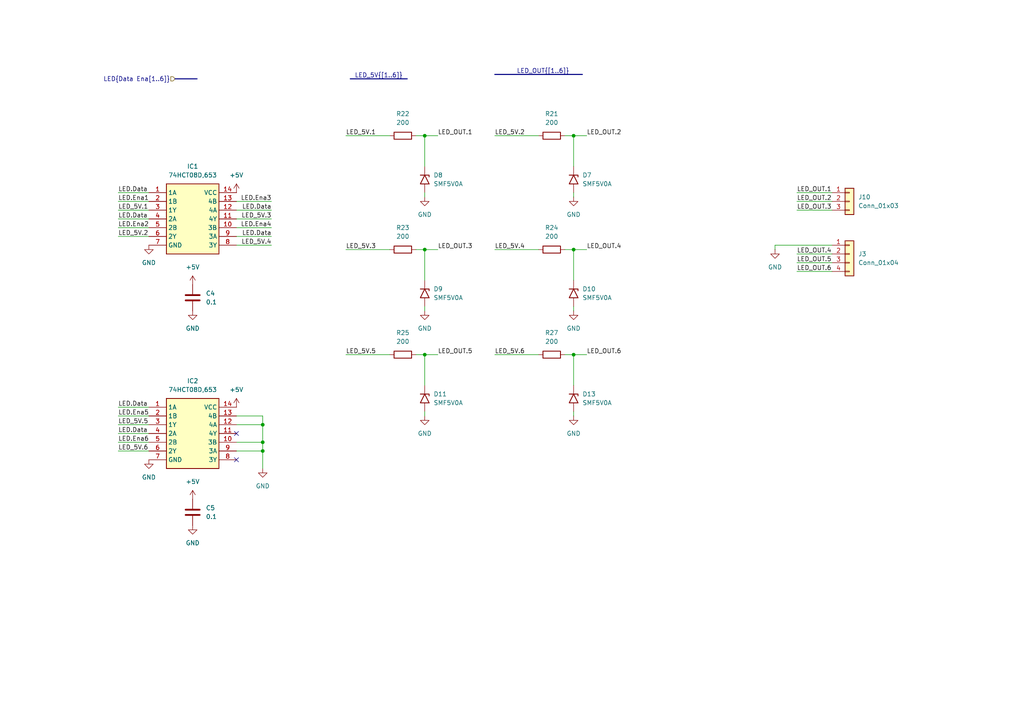
<source format=kicad_sch>
(kicad_sch
	(version 20250114)
	(generator "eeschema")
	(generator_version "9.0")
	(uuid "3f22f18b-be56-4c91-9d43-d5f810dc2727")
	(paper "A4")
	(lib_symbols
		(symbol "74HCT08D_653:74HCT08D,653"
			(exclude_from_sim no)
			(in_bom yes)
			(on_board yes)
			(property "Reference" "IC"
				(at 21.59 7.62 0)
				(effects
					(font
						(size 1.27 1.27)
					)
					(justify left top)
				)
			)
			(property "Value" "74HCT08D,653"
				(at 21.59 5.08 0)
				(effects
					(font
						(size 1.27 1.27)
					)
					(justify left top)
				)
			)
			(property "Footprint" "ProjLibrary:SOIC127P600X175-14N"
				(at 21.59 -94.92 0)
				(effects
					(font
						(size 1.27 1.27)
					)
					(justify left top)
					(hide yes)
				)
			)
			(property "Datasheet" "https://assets.nexperia.com/documents/data-sheet/74HC_HCT08.pdf"
				(at 21.59 -194.92 0)
				(effects
					(font
						(size 1.27 1.27)
					)
					(justify left top)
					(hide yes)
				)
			)
			(property "Description" "NEXPERIA - 74HCT08D,653 - LOGIC, AND GATE, QUAD, SOIC-14"
				(at 0 0 0)
				(effects
					(font
						(size 1.27 1.27)
					)
					(hide yes)
				)
			)
			(property "Height" "1.75"
				(at 21.59 -394.92 0)
				(effects
					(font
						(size 1.27 1.27)
					)
					(justify left top)
					(hide yes)
				)
			)
			(property "Manufacturer_Name" "Nexperia"
				(at 21.59 -494.92 0)
				(effects
					(font
						(size 1.27 1.27)
					)
					(justify left top)
					(hide yes)
				)
			)
			(property "Manufacturer_Part_Number" "74HCT08D,653"
				(at 21.59 -594.92 0)
				(effects
					(font
						(size 1.27 1.27)
					)
					(justify left top)
					(hide yes)
				)
			)
			(property "Mouser Part Number" "771-74HCT08D-T"
				(at 21.59 -694.92 0)
				(effects
					(font
						(size 1.27 1.27)
					)
					(justify left top)
					(hide yes)
				)
			)
			(property "Mouser Price/Stock" "https://www.mouser.co.uk/ProductDetail/Nexperia/74HCT08D653?qs=P62ublwmbi%2FVqrphIExzHg%3D%3D"
				(at 21.59 -794.92 0)
				(effects
					(font
						(size 1.27 1.27)
					)
					(justify left top)
					(hide yes)
				)
			)
			(property "Arrow Part Number" "74HCT08D,653"
				(at 21.59 -894.92 0)
				(effects
					(font
						(size 1.27 1.27)
					)
					(justify left top)
					(hide yes)
				)
			)
			(property "Arrow Price/Stock" "https://www.arrow.com/en/products/74hct08d653/nexperia?utm_currency=USD&region=europe"
				(at 21.59 -994.92 0)
				(effects
					(font
						(size 1.27 1.27)
					)
					(justify left top)
					(hide yes)
				)
			)
			(symbol "74HCT08D,653_1_1"
				(rectangle
					(start 5.08 2.54)
					(end 20.32 -17.78)
					(stroke
						(width 0.254)
						(type default)
					)
					(fill
						(type background)
					)
				)
				(pin passive line
					(at 0 0 0)
					(length 5.08)
					(name "1A"
						(effects
							(font
								(size 1.27 1.27)
							)
						)
					)
					(number "1"
						(effects
							(font
								(size 1.27 1.27)
							)
						)
					)
				)
				(pin passive line
					(at 0 -2.54 0)
					(length 5.08)
					(name "1B"
						(effects
							(font
								(size 1.27 1.27)
							)
						)
					)
					(number "2"
						(effects
							(font
								(size 1.27 1.27)
							)
						)
					)
				)
				(pin passive line
					(at 0 -5.08 0)
					(length 5.08)
					(name "1Y"
						(effects
							(font
								(size 1.27 1.27)
							)
						)
					)
					(number "3"
						(effects
							(font
								(size 1.27 1.27)
							)
						)
					)
				)
				(pin passive line
					(at 0 -7.62 0)
					(length 5.08)
					(name "2A"
						(effects
							(font
								(size 1.27 1.27)
							)
						)
					)
					(number "4"
						(effects
							(font
								(size 1.27 1.27)
							)
						)
					)
				)
				(pin passive line
					(at 0 -10.16 0)
					(length 5.08)
					(name "2B"
						(effects
							(font
								(size 1.27 1.27)
							)
						)
					)
					(number "5"
						(effects
							(font
								(size 1.27 1.27)
							)
						)
					)
				)
				(pin passive line
					(at 0 -12.7 0)
					(length 5.08)
					(name "2Y"
						(effects
							(font
								(size 1.27 1.27)
							)
						)
					)
					(number "6"
						(effects
							(font
								(size 1.27 1.27)
							)
						)
					)
				)
				(pin passive line
					(at 0 -15.24 0)
					(length 5.08)
					(name "GND"
						(effects
							(font
								(size 1.27 1.27)
							)
						)
					)
					(number "7"
						(effects
							(font
								(size 1.27 1.27)
							)
						)
					)
				)
				(pin passive line
					(at 25.4 0 180)
					(length 5.08)
					(name "VCC"
						(effects
							(font
								(size 1.27 1.27)
							)
						)
					)
					(number "14"
						(effects
							(font
								(size 1.27 1.27)
							)
						)
					)
				)
				(pin passive line
					(at 25.4 -2.54 180)
					(length 5.08)
					(name "4B"
						(effects
							(font
								(size 1.27 1.27)
							)
						)
					)
					(number "13"
						(effects
							(font
								(size 1.27 1.27)
							)
						)
					)
				)
				(pin passive line
					(at 25.4 -5.08 180)
					(length 5.08)
					(name "4A"
						(effects
							(font
								(size 1.27 1.27)
							)
						)
					)
					(number "12"
						(effects
							(font
								(size 1.27 1.27)
							)
						)
					)
				)
				(pin passive line
					(at 25.4 -7.62 180)
					(length 5.08)
					(name "4Y"
						(effects
							(font
								(size 1.27 1.27)
							)
						)
					)
					(number "11"
						(effects
							(font
								(size 1.27 1.27)
							)
						)
					)
				)
				(pin passive line
					(at 25.4 -10.16 180)
					(length 5.08)
					(name "3B"
						(effects
							(font
								(size 1.27 1.27)
							)
						)
					)
					(number "10"
						(effects
							(font
								(size 1.27 1.27)
							)
						)
					)
				)
				(pin passive line
					(at 25.4 -12.7 180)
					(length 5.08)
					(name "3A"
						(effects
							(font
								(size 1.27 1.27)
							)
						)
					)
					(number "9"
						(effects
							(font
								(size 1.27 1.27)
							)
						)
					)
				)
				(pin passive line
					(at 25.4 -15.24 180)
					(length 5.08)
					(name "3Y"
						(effects
							(font
								(size 1.27 1.27)
							)
						)
					)
					(number "8"
						(effects
							(font
								(size 1.27 1.27)
							)
						)
					)
				)
			)
			(embedded_fonts no)
		)
		(symbol "Connector_Generic:Conn_01x03"
			(pin_names
				(offset 1.016)
				(hide yes)
			)
			(exclude_from_sim no)
			(in_bom yes)
			(on_board yes)
			(property "Reference" "J"
				(at 0 5.08 0)
				(effects
					(font
						(size 1.27 1.27)
					)
				)
			)
			(property "Value" "Conn_01x03"
				(at 0 -5.08 0)
				(effects
					(font
						(size 1.27 1.27)
					)
				)
			)
			(property "Footprint" ""
				(at 0 0 0)
				(effects
					(font
						(size 1.27 1.27)
					)
					(hide yes)
				)
			)
			(property "Datasheet" "~"
				(at 0 0 0)
				(effects
					(font
						(size 1.27 1.27)
					)
					(hide yes)
				)
			)
			(property "Description" "Generic connector, single row, 01x03, script generated (kicad-library-utils/schlib/autogen/connector/)"
				(at 0 0 0)
				(effects
					(font
						(size 1.27 1.27)
					)
					(hide yes)
				)
			)
			(property "ki_keywords" "connector"
				(at 0 0 0)
				(effects
					(font
						(size 1.27 1.27)
					)
					(hide yes)
				)
			)
			(property "ki_fp_filters" "Connector*:*_1x??_*"
				(at 0 0 0)
				(effects
					(font
						(size 1.27 1.27)
					)
					(hide yes)
				)
			)
			(symbol "Conn_01x03_1_1"
				(rectangle
					(start -1.27 3.81)
					(end 1.27 -3.81)
					(stroke
						(width 0.254)
						(type default)
					)
					(fill
						(type background)
					)
				)
				(rectangle
					(start -1.27 2.667)
					(end 0 2.413)
					(stroke
						(width 0.1524)
						(type default)
					)
					(fill
						(type none)
					)
				)
				(rectangle
					(start -1.27 0.127)
					(end 0 -0.127)
					(stroke
						(width 0.1524)
						(type default)
					)
					(fill
						(type none)
					)
				)
				(rectangle
					(start -1.27 -2.413)
					(end 0 -2.667)
					(stroke
						(width 0.1524)
						(type default)
					)
					(fill
						(type none)
					)
				)
				(pin passive line
					(at -5.08 2.54 0)
					(length 3.81)
					(name "Pin_1"
						(effects
							(font
								(size 1.27 1.27)
							)
						)
					)
					(number "1"
						(effects
							(font
								(size 1.27 1.27)
							)
						)
					)
				)
				(pin passive line
					(at -5.08 0 0)
					(length 3.81)
					(name "Pin_2"
						(effects
							(font
								(size 1.27 1.27)
							)
						)
					)
					(number "2"
						(effects
							(font
								(size 1.27 1.27)
							)
						)
					)
				)
				(pin passive line
					(at -5.08 -2.54 0)
					(length 3.81)
					(name "Pin_3"
						(effects
							(font
								(size 1.27 1.27)
							)
						)
					)
					(number "3"
						(effects
							(font
								(size 1.27 1.27)
							)
						)
					)
				)
			)
			(embedded_fonts no)
		)
		(symbol "Connector_Generic:Conn_01x04"
			(pin_names
				(offset 1.016)
				(hide yes)
			)
			(exclude_from_sim no)
			(in_bom yes)
			(on_board yes)
			(property "Reference" "J"
				(at 0 5.08 0)
				(effects
					(font
						(size 1.27 1.27)
					)
				)
			)
			(property "Value" "Conn_01x04"
				(at 0 -7.62 0)
				(effects
					(font
						(size 1.27 1.27)
					)
				)
			)
			(property "Footprint" ""
				(at 0 0 0)
				(effects
					(font
						(size 1.27 1.27)
					)
					(hide yes)
				)
			)
			(property "Datasheet" "~"
				(at 0 0 0)
				(effects
					(font
						(size 1.27 1.27)
					)
					(hide yes)
				)
			)
			(property "Description" "Generic connector, single row, 01x04, script generated (kicad-library-utils/schlib/autogen/connector/)"
				(at 0 0 0)
				(effects
					(font
						(size 1.27 1.27)
					)
					(hide yes)
				)
			)
			(property "ki_keywords" "connector"
				(at 0 0 0)
				(effects
					(font
						(size 1.27 1.27)
					)
					(hide yes)
				)
			)
			(property "ki_fp_filters" "Connector*:*_1x??_*"
				(at 0 0 0)
				(effects
					(font
						(size 1.27 1.27)
					)
					(hide yes)
				)
			)
			(symbol "Conn_01x04_1_1"
				(rectangle
					(start -1.27 3.81)
					(end 1.27 -6.35)
					(stroke
						(width 0.254)
						(type default)
					)
					(fill
						(type background)
					)
				)
				(rectangle
					(start -1.27 2.667)
					(end 0 2.413)
					(stroke
						(width 0.1524)
						(type default)
					)
					(fill
						(type none)
					)
				)
				(rectangle
					(start -1.27 0.127)
					(end 0 -0.127)
					(stroke
						(width 0.1524)
						(type default)
					)
					(fill
						(type none)
					)
				)
				(rectangle
					(start -1.27 -2.413)
					(end 0 -2.667)
					(stroke
						(width 0.1524)
						(type default)
					)
					(fill
						(type none)
					)
				)
				(rectangle
					(start -1.27 -4.953)
					(end 0 -5.207)
					(stroke
						(width 0.1524)
						(type default)
					)
					(fill
						(type none)
					)
				)
				(pin passive line
					(at -5.08 2.54 0)
					(length 3.81)
					(name "Pin_1"
						(effects
							(font
								(size 1.27 1.27)
							)
						)
					)
					(number "1"
						(effects
							(font
								(size 1.27 1.27)
							)
						)
					)
				)
				(pin passive line
					(at -5.08 0 0)
					(length 3.81)
					(name "Pin_2"
						(effects
							(font
								(size 1.27 1.27)
							)
						)
					)
					(number "2"
						(effects
							(font
								(size 1.27 1.27)
							)
						)
					)
				)
				(pin passive line
					(at -5.08 -2.54 0)
					(length 3.81)
					(name "Pin_3"
						(effects
							(font
								(size 1.27 1.27)
							)
						)
					)
					(number "3"
						(effects
							(font
								(size 1.27 1.27)
							)
						)
					)
				)
				(pin passive line
					(at -5.08 -5.08 0)
					(length 3.81)
					(name "Pin_4"
						(effects
							(font
								(size 1.27 1.27)
							)
						)
					)
					(number "4"
						(effects
							(font
								(size 1.27 1.27)
							)
						)
					)
				)
			)
			(embedded_fonts no)
		)
		(symbol "Device:C"
			(pin_numbers
				(hide yes)
			)
			(pin_names
				(offset 0.254)
			)
			(exclude_from_sim no)
			(in_bom yes)
			(on_board yes)
			(property "Reference" "C"
				(at 0.635 2.54 0)
				(effects
					(font
						(size 1.27 1.27)
					)
					(justify left)
				)
			)
			(property "Value" "C"
				(at 0.635 -2.54 0)
				(effects
					(font
						(size 1.27 1.27)
					)
					(justify left)
				)
			)
			(property "Footprint" ""
				(at 0.9652 -3.81 0)
				(effects
					(font
						(size 1.27 1.27)
					)
					(hide yes)
				)
			)
			(property "Datasheet" "~"
				(at 0 0 0)
				(effects
					(font
						(size 1.27 1.27)
					)
					(hide yes)
				)
			)
			(property "Description" "Unpolarized capacitor"
				(at 0 0 0)
				(effects
					(font
						(size 1.27 1.27)
					)
					(hide yes)
				)
			)
			(property "ki_keywords" "cap capacitor"
				(at 0 0 0)
				(effects
					(font
						(size 1.27 1.27)
					)
					(hide yes)
				)
			)
			(property "ki_fp_filters" "C_*"
				(at 0 0 0)
				(effects
					(font
						(size 1.27 1.27)
					)
					(hide yes)
				)
			)
			(symbol "C_0_1"
				(polyline
					(pts
						(xy -2.032 0.762) (xy 2.032 0.762)
					)
					(stroke
						(width 0.508)
						(type default)
					)
					(fill
						(type none)
					)
				)
				(polyline
					(pts
						(xy -2.032 -0.762) (xy 2.032 -0.762)
					)
					(stroke
						(width 0.508)
						(type default)
					)
					(fill
						(type none)
					)
				)
			)
			(symbol "C_1_1"
				(pin passive line
					(at 0 3.81 270)
					(length 2.794)
					(name "~"
						(effects
							(font
								(size 1.27 1.27)
							)
						)
					)
					(number "1"
						(effects
							(font
								(size 1.27 1.27)
							)
						)
					)
				)
				(pin passive line
					(at 0 -3.81 90)
					(length 2.794)
					(name "~"
						(effects
							(font
								(size 1.27 1.27)
							)
						)
					)
					(number "2"
						(effects
							(font
								(size 1.27 1.27)
							)
						)
					)
				)
			)
			(embedded_fonts no)
		)
		(symbol "Device:R"
			(pin_numbers
				(hide yes)
			)
			(pin_names
				(offset 0)
			)
			(exclude_from_sim no)
			(in_bom yes)
			(on_board yes)
			(property "Reference" "R"
				(at 2.032 0 90)
				(effects
					(font
						(size 1.27 1.27)
					)
				)
			)
			(property "Value" "R"
				(at 0 0 90)
				(effects
					(font
						(size 1.27 1.27)
					)
				)
			)
			(property "Footprint" ""
				(at -1.778 0 90)
				(effects
					(font
						(size 1.27 1.27)
					)
					(hide yes)
				)
			)
			(property "Datasheet" "~"
				(at 0 0 0)
				(effects
					(font
						(size 1.27 1.27)
					)
					(hide yes)
				)
			)
			(property "Description" "Resistor"
				(at 0 0 0)
				(effects
					(font
						(size 1.27 1.27)
					)
					(hide yes)
				)
			)
			(property "ki_keywords" "R res resistor"
				(at 0 0 0)
				(effects
					(font
						(size 1.27 1.27)
					)
					(hide yes)
				)
			)
			(property "ki_fp_filters" "R_*"
				(at 0 0 0)
				(effects
					(font
						(size 1.27 1.27)
					)
					(hide yes)
				)
			)
			(symbol "R_0_1"
				(rectangle
					(start -1.016 -2.54)
					(end 1.016 2.54)
					(stroke
						(width 0.254)
						(type default)
					)
					(fill
						(type none)
					)
				)
			)
			(symbol "R_1_1"
				(pin passive line
					(at 0 3.81 270)
					(length 1.27)
					(name "~"
						(effects
							(font
								(size 1.27 1.27)
							)
						)
					)
					(number "1"
						(effects
							(font
								(size 1.27 1.27)
							)
						)
					)
				)
				(pin passive line
					(at 0 -3.81 90)
					(length 1.27)
					(name "~"
						(effects
							(font
								(size 1.27 1.27)
							)
						)
					)
					(number "2"
						(effects
							(font
								(size 1.27 1.27)
							)
						)
					)
				)
			)
			(embedded_fonts no)
		)
		(symbol "Diode:SMF5V0A"
			(pin_numbers
				(hide yes)
			)
			(pin_names
				(offset 1.016)
				(hide yes)
			)
			(exclude_from_sim no)
			(in_bom yes)
			(on_board yes)
			(property "Reference" "D"
				(at 0 2.54 0)
				(effects
					(font
						(size 1.27 1.27)
					)
				)
			)
			(property "Value" "SMF5V0A"
				(at 0 -2.54 0)
				(effects
					(font
						(size 1.27 1.27)
					)
				)
			)
			(property "Footprint" "Diode_SMD:D_SMF"
				(at 0 -5.08 0)
				(effects
					(font
						(size 1.27 1.27)
					)
					(hide yes)
				)
			)
			(property "Datasheet" "https://www.vishay.com/doc?85881"
				(at -1.27 0 0)
				(effects
					(font
						(size 1.27 1.27)
					)
					(hide yes)
				)
			)
			(property "Description" "200W unidirectional Transil Transient Voltage Suppressor, 5Vrwm, SMF"
				(at 0 0 0)
				(effects
					(font
						(size 1.27 1.27)
					)
					(hide yes)
				)
			)
			(property "ki_keywords" "diode TVS voltage suppressor"
				(at 0 0 0)
				(effects
					(font
						(size 1.27 1.27)
					)
					(hide yes)
				)
			)
			(property "ki_fp_filters" "D*SMF*"
				(at 0 0 0)
				(effects
					(font
						(size 1.27 1.27)
					)
					(hide yes)
				)
			)
			(symbol "SMF5V0A_0_1"
				(polyline
					(pts
						(xy -0.762 1.27) (xy -1.27 1.27) (xy -1.27 -1.27)
					)
					(stroke
						(width 0.254)
						(type default)
					)
					(fill
						(type none)
					)
				)
				(polyline
					(pts
						(xy 1.27 1.27) (xy 1.27 -1.27) (xy -1.27 0) (xy 1.27 1.27)
					)
					(stroke
						(width 0.254)
						(type default)
					)
					(fill
						(type none)
					)
				)
			)
			(symbol "SMF5V0A_1_1"
				(pin passive line
					(at -3.81 0 0)
					(length 2.54)
					(name "A1"
						(effects
							(font
								(size 1.27 1.27)
							)
						)
					)
					(number "1"
						(effects
							(font
								(size 1.27 1.27)
							)
						)
					)
				)
				(pin passive line
					(at 3.81 0 180)
					(length 2.54)
					(name "A2"
						(effects
							(font
								(size 1.27 1.27)
							)
						)
					)
					(number "2"
						(effects
							(font
								(size 1.27 1.27)
							)
						)
					)
				)
			)
			(embedded_fonts no)
		)
		(symbol "power:+5V"
			(power)
			(pin_numbers
				(hide yes)
			)
			(pin_names
				(offset 0)
				(hide yes)
			)
			(exclude_from_sim no)
			(in_bom yes)
			(on_board yes)
			(property "Reference" "#PWR"
				(at 0 -3.81 0)
				(effects
					(font
						(size 1.27 1.27)
					)
					(hide yes)
				)
			)
			(property "Value" "+5V"
				(at 0 3.556 0)
				(effects
					(font
						(size 1.27 1.27)
					)
				)
			)
			(property "Footprint" ""
				(at 0 0 0)
				(effects
					(font
						(size 1.27 1.27)
					)
					(hide yes)
				)
			)
			(property "Datasheet" ""
				(at 0 0 0)
				(effects
					(font
						(size 1.27 1.27)
					)
					(hide yes)
				)
			)
			(property "Description" "Power symbol creates a global label with name \"+5V\""
				(at 0 0 0)
				(effects
					(font
						(size 1.27 1.27)
					)
					(hide yes)
				)
			)
			(property "ki_keywords" "global power"
				(at 0 0 0)
				(effects
					(font
						(size 1.27 1.27)
					)
					(hide yes)
				)
			)
			(symbol "+5V_0_1"
				(polyline
					(pts
						(xy -0.762 1.27) (xy 0 2.54)
					)
					(stroke
						(width 0)
						(type default)
					)
					(fill
						(type none)
					)
				)
				(polyline
					(pts
						(xy 0 2.54) (xy 0.762 1.27)
					)
					(stroke
						(width 0)
						(type default)
					)
					(fill
						(type none)
					)
				)
				(polyline
					(pts
						(xy 0 0) (xy 0 2.54)
					)
					(stroke
						(width 0)
						(type default)
					)
					(fill
						(type none)
					)
				)
			)
			(symbol "+5V_1_1"
				(pin power_in line
					(at 0 0 90)
					(length 0)
					(name "~"
						(effects
							(font
								(size 1.27 1.27)
							)
						)
					)
					(number "1"
						(effects
							(font
								(size 1.27 1.27)
							)
						)
					)
				)
			)
			(embedded_fonts no)
		)
		(symbol "power:GND"
			(power)
			(pin_numbers
				(hide yes)
			)
			(pin_names
				(offset 0)
				(hide yes)
			)
			(exclude_from_sim no)
			(in_bom yes)
			(on_board yes)
			(property "Reference" "#PWR"
				(at 0 -6.35 0)
				(effects
					(font
						(size 1.27 1.27)
					)
					(hide yes)
				)
			)
			(property "Value" "GND"
				(at 0 -3.81 0)
				(effects
					(font
						(size 1.27 1.27)
					)
				)
			)
			(property "Footprint" ""
				(at 0 0 0)
				(effects
					(font
						(size 1.27 1.27)
					)
					(hide yes)
				)
			)
			(property "Datasheet" ""
				(at 0 0 0)
				(effects
					(font
						(size 1.27 1.27)
					)
					(hide yes)
				)
			)
			(property "Description" "Power symbol creates a global label with name \"GND\" , ground"
				(at 0 0 0)
				(effects
					(font
						(size 1.27 1.27)
					)
					(hide yes)
				)
			)
			(property "ki_keywords" "global power"
				(at 0 0 0)
				(effects
					(font
						(size 1.27 1.27)
					)
					(hide yes)
				)
			)
			(symbol "GND_0_1"
				(polyline
					(pts
						(xy 0 0) (xy 0 -1.27) (xy 1.27 -1.27) (xy 0 -2.54) (xy -1.27 -1.27) (xy 0 -1.27)
					)
					(stroke
						(width 0)
						(type default)
					)
					(fill
						(type none)
					)
				)
			)
			(symbol "GND_1_1"
				(pin power_in line
					(at 0 0 270)
					(length 0)
					(name "~"
						(effects
							(font
								(size 1.27 1.27)
							)
						)
					)
					(number "1"
						(effects
							(font
								(size 1.27 1.27)
							)
						)
					)
				)
			)
			(embedded_fonts no)
		)
	)
	(junction
		(at 76.2 130.81)
		(diameter 0)
		(color 0 0 0 0)
		(uuid "36588686-998d-49c2-9d3e-542ab145221e")
	)
	(junction
		(at 123.19 72.39)
		(diameter 0)
		(color 0 0 0 0)
		(uuid "48e5faf0-ad5f-4f31-9b7a-0ba751d1c86f")
	)
	(junction
		(at 76.2 128.27)
		(diameter 0)
		(color 0 0 0 0)
		(uuid "4b0b6380-b8be-4738-b4be-798bdb54e19f")
	)
	(junction
		(at 123.19 102.87)
		(diameter 0)
		(color 0 0 0 0)
		(uuid "4d482d95-1c62-41b5-a9a5-2f8e7689a82f")
	)
	(junction
		(at 166.37 102.87)
		(diameter 0)
		(color 0 0 0 0)
		(uuid "81e7f1a1-75ac-4a0e-8d47-a04601eac152")
	)
	(junction
		(at 76.2 123.19)
		(diameter 0)
		(color 0 0 0 0)
		(uuid "8c369464-cd99-428d-9d09-72edac941b10")
	)
	(junction
		(at 123.19 39.37)
		(diameter 0)
		(color 0 0 0 0)
		(uuid "a755e2f0-5648-4237-9e4b-99c996c385cb")
	)
	(junction
		(at 166.37 39.37)
		(diameter 0)
		(color 0 0 0 0)
		(uuid "b9a1e03d-f9e3-422d-b20b-bf830f4cc3d6")
	)
	(junction
		(at 166.37 72.39)
		(diameter 0)
		(color 0 0 0 0)
		(uuid "cc068c92-b0a4-492c-8b24-b0313e4bb378")
	)
	(no_connect
		(at 68.58 133.35)
		(uuid "9fca1f97-7835-46d5-9042-632615b2285b")
	)
	(no_connect
		(at 68.58 125.73)
		(uuid "ef82bbb1-d971-49f6-8639-c9fd248fd68d")
	)
	(wire
		(pts
			(xy 166.37 39.37) (xy 166.37 48.26)
		)
		(stroke
			(width 0)
			(type default)
		)
		(uuid "0106827e-ada6-4ede-bd03-49d472ea87cf")
	)
	(wire
		(pts
			(xy 231.14 78.74) (xy 241.3 78.74)
		)
		(stroke
			(width 0)
			(type default)
		)
		(uuid "09f82054-e45f-46d6-b4f4-063ad7461a72")
	)
	(bus
		(pts
			(xy 101.6 22.86) (xy 118.11 22.86)
		)
		(stroke
			(width 0)
			(type default)
		)
		(uuid "0ee2c31c-3705-4626-877e-fdaab286e031")
	)
	(wire
		(pts
			(xy 34.29 55.88) (xy 43.18 55.88)
		)
		(stroke
			(width 0)
			(type default)
		)
		(uuid "16bdebfa-f6ab-4b0a-8604-7a989835ea7f")
	)
	(wire
		(pts
			(xy 123.19 39.37) (xy 127 39.37)
		)
		(stroke
			(width 0)
			(type default)
		)
		(uuid "174f20f6-ef42-49f1-bf82-c4a91bb7b248")
	)
	(bus
		(pts
			(xy 143.51 21.59) (xy 168.91 21.59)
		)
		(stroke
			(width 0)
			(type default)
		)
		(uuid "188f7666-df3a-4a82-9442-8e7637d4e66e")
	)
	(wire
		(pts
			(xy 166.37 39.37) (xy 170.18 39.37)
		)
		(stroke
			(width 0)
			(type default)
		)
		(uuid "1d24b2e0-2b84-4dfb-8b14-90335c083e23")
	)
	(wire
		(pts
			(xy 166.37 72.39) (xy 170.18 72.39)
		)
		(stroke
			(width 0)
			(type default)
		)
		(uuid "23495265-ea55-4cad-b980-1d0435853e34")
	)
	(wire
		(pts
			(xy 34.29 125.73) (xy 43.18 125.73)
		)
		(stroke
			(width 0)
			(type default)
		)
		(uuid "27ac52b0-a4e3-463a-9d57-525157cb4d9f")
	)
	(wire
		(pts
			(xy 166.37 55.88) (xy 166.37 57.15)
		)
		(stroke
			(width 0)
			(type default)
		)
		(uuid "2da20d8c-9f15-45d0-9084-54fd5be4669d")
	)
	(wire
		(pts
			(xy 163.83 102.87) (xy 166.37 102.87)
		)
		(stroke
			(width 0)
			(type default)
		)
		(uuid "2ff3ccc3-0a2b-42f3-a4e4-b9a3d0df64c9")
	)
	(bus
		(pts
			(xy 50.8 22.86) (xy 57.15 22.86)
		)
		(stroke
			(width 0)
			(type default)
		)
		(uuid "35d52d05-618f-4d25-a966-cd8d75164e43")
	)
	(wire
		(pts
			(xy 231.14 73.66) (xy 241.3 73.66)
		)
		(stroke
			(width 0)
			(type default)
		)
		(uuid "3ceb7d3e-c240-443e-8539-6d895e3b3d1b")
	)
	(wire
		(pts
			(xy 231.14 76.2) (xy 241.3 76.2)
		)
		(stroke
			(width 0)
			(type default)
		)
		(uuid "43219de3-07c2-40bf-8b76-fc07c7f06e55")
	)
	(wire
		(pts
			(xy 34.29 66.04) (xy 43.18 66.04)
		)
		(stroke
			(width 0)
			(type default)
		)
		(uuid "4ad2997a-84c2-4f39-9b71-8aa9d09571c9")
	)
	(wire
		(pts
			(xy 76.2 123.19) (xy 76.2 128.27)
		)
		(stroke
			(width 0)
			(type default)
		)
		(uuid "4d00300b-6217-464a-a8a9-3b099df91d52")
	)
	(wire
		(pts
			(xy 224.79 71.12) (xy 241.3 71.12)
		)
		(stroke
			(width 0)
			(type default)
		)
		(uuid "51da21bb-309d-4971-b2db-a707103241dd")
	)
	(wire
		(pts
			(xy 68.58 58.42) (xy 78.74 58.42)
		)
		(stroke
			(width 0)
			(type default)
		)
		(uuid "51e59c98-334b-4c89-8c6e-4dded11b0ff6")
	)
	(wire
		(pts
			(xy 76.2 128.27) (xy 76.2 130.81)
		)
		(stroke
			(width 0)
			(type default)
		)
		(uuid "523d3770-0699-4aa4-84d1-cef348c16911")
	)
	(wire
		(pts
			(xy 68.58 123.19) (xy 76.2 123.19)
		)
		(stroke
			(width 0)
			(type default)
		)
		(uuid "55d107f9-28b1-4a0d-938f-164cfc976061")
	)
	(wire
		(pts
			(xy 100.33 39.37) (xy 113.03 39.37)
		)
		(stroke
			(width 0)
			(type default)
		)
		(uuid "58c45106-8d62-432e-8ec2-f96b135a323f")
	)
	(wire
		(pts
			(xy 34.29 68.58) (xy 43.18 68.58)
		)
		(stroke
			(width 0)
			(type default)
		)
		(uuid "617c9963-fc28-422d-b09a-0812716bed2d")
	)
	(wire
		(pts
			(xy 120.65 39.37) (xy 123.19 39.37)
		)
		(stroke
			(width 0)
			(type default)
		)
		(uuid "655bfff2-2183-4d13-a5d9-bddeaac7985e")
	)
	(wire
		(pts
			(xy 120.65 72.39) (xy 123.19 72.39)
		)
		(stroke
			(width 0)
			(type default)
		)
		(uuid "67288f13-da92-45ca-a316-5a2cece0960d")
	)
	(wire
		(pts
			(xy 68.58 68.58) (xy 78.74 68.58)
		)
		(stroke
			(width 0)
			(type default)
		)
		(uuid "6cb23703-9c2d-465b-8daa-0825189e44d3")
	)
	(wire
		(pts
			(xy 231.14 60.96) (xy 241.3 60.96)
		)
		(stroke
			(width 0)
			(type default)
		)
		(uuid "710821d2-fde2-465d-8aa2-729742d834f1")
	)
	(wire
		(pts
			(xy 123.19 72.39) (xy 123.19 81.28)
		)
		(stroke
			(width 0)
			(type default)
		)
		(uuid "740f189b-ea75-43bc-9116-59ee6261ee91")
	)
	(wire
		(pts
			(xy 78.74 63.5) (xy 68.58 63.5)
		)
		(stroke
			(width 0)
			(type default)
		)
		(uuid "794feaa4-f158-43a0-a7fa-3ca5c7706218")
	)
	(wire
		(pts
			(xy 68.58 120.65) (xy 76.2 120.65)
		)
		(stroke
			(width 0)
			(type default)
		)
		(uuid "7a9557af-8b15-47eb-96ee-fa85542c7f39")
	)
	(wire
		(pts
			(xy 231.14 55.88) (xy 241.3 55.88)
		)
		(stroke
			(width 0)
			(type default)
		)
		(uuid "80e835b4-e1b5-4a0b-8d87-e6706afc94f6")
	)
	(wire
		(pts
			(xy 143.51 39.37) (xy 156.21 39.37)
		)
		(stroke
			(width 0)
			(type default)
		)
		(uuid "8229a04f-cc87-46e0-8dbc-56135437b134")
	)
	(wire
		(pts
			(xy 68.58 128.27) (xy 76.2 128.27)
		)
		(stroke
			(width 0)
			(type default)
		)
		(uuid "8be7b429-dcc7-4d80-924c-cc921ccad5ae")
	)
	(wire
		(pts
			(xy 34.29 120.65) (xy 43.18 120.65)
		)
		(stroke
			(width 0)
			(type default)
		)
		(uuid "8c53b5d5-b4ba-430d-bc62-48efb59af493")
	)
	(wire
		(pts
			(xy 143.51 102.87) (xy 156.21 102.87)
		)
		(stroke
			(width 0)
			(type default)
		)
		(uuid "92e586df-e375-4204-9046-75d14b17663e")
	)
	(wire
		(pts
			(xy 163.83 39.37) (xy 166.37 39.37)
		)
		(stroke
			(width 0)
			(type default)
		)
		(uuid "92e65d3b-ddf4-4a1c-b097-8f7df11eb077")
	)
	(wire
		(pts
			(xy 34.29 128.27) (xy 43.18 128.27)
		)
		(stroke
			(width 0)
			(type default)
		)
		(uuid "975c9893-bba6-4426-97e1-7164e16a20ce")
	)
	(wire
		(pts
			(xy 123.19 119.38) (xy 123.19 120.65)
		)
		(stroke
			(width 0)
			(type default)
		)
		(uuid "9a76968b-e63b-435c-8d16-d2ccfe77215b")
	)
	(wire
		(pts
			(xy 34.29 123.19) (xy 43.18 123.19)
		)
		(stroke
			(width 0)
			(type default)
		)
		(uuid "a3e14950-ffe6-424d-8a66-adc9a17b8bf1")
	)
	(wire
		(pts
			(xy 123.19 88.9) (xy 123.19 90.17)
		)
		(stroke
			(width 0)
			(type default)
		)
		(uuid "a95e170b-b5ad-4a42-9665-86b9b0da3e66")
	)
	(wire
		(pts
			(xy 123.19 39.37) (xy 123.19 48.26)
		)
		(stroke
			(width 0)
			(type default)
		)
		(uuid "a99bd666-f08c-49fa-bbe5-51035db18552")
	)
	(wire
		(pts
			(xy 166.37 119.38) (xy 166.37 120.65)
		)
		(stroke
			(width 0)
			(type default)
		)
		(uuid "acd8b095-2b1d-4e33-9c4a-1fd2b9c4796d")
	)
	(wire
		(pts
			(xy 143.51 72.39) (xy 156.21 72.39)
		)
		(stroke
			(width 0)
			(type default)
		)
		(uuid "b239c214-a5b5-4c81-8565-132e6be453b2")
	)
	(wire
		(pts
			(xy 76.2 120.65) (xy 76.2 123.19)
		)
		(stroke
			(width 0)
			(type default)
		)
		(uuid "b3a3f3c0-d4d4-4ed6-aca0-90de0015c789")
	)
	(wire
		(pts
			(xy 34.29 130.81) (xy 43.18 130.81)
		)
		(stroke
			(width 0)
			(type default)
		)
		(uuid "b68f3528-0f61-48fa-b7aa-6d22c06ebb82")
	)
	(wire
		(pts
			(xy 76.2 130.81) (xy 76.2 135.89)
		)
		(stroke
			(width 0)
			(type default)
		)
		(uuid "b867eb12-37bd-41d9-8e2c-6b5cc42fb1e5")
	)
	(wire
		(pts
			(xy 123.19 72.39) (xy 127 72.39)
		)
		(stroke
			(width 0)
			(type default)
		)
		(uuid "b91f6dd8-3e10-4ba8-9b55-8a8fffdd2fed")
	)
	(wire
		(pts
			(xy 100.33 102.87) (xy 113.03 102.87)
		)
		(stroke
			(width 0)
			(type default)
		)
		(uuid "bafbc76e-91d4-485b-9af6-0f249ea0ba61")
	)
	(wire
		(pts
			(xy 166.37 88.9) (xy 166.37 90.17)
		)
		(stroke
			(width 0)
			(type default)
		)
		(uuid "be368c61-4ff6-4c99-9c73-42baf898c82a")
	)
	(wire
		(pts
			(xy 166.37 72.39) (xy 166.37 81.28)
		)
		(stroke
			(width 0)
			(type default)
		)
		(uuid "c46ca8b3-8b6c-43e0-94b1-485f0ea01cf7")
	)
	(wire
		(pts
			(xy 68.58 130.81) (xy 76.2 130.81)
		)
		(stroke
			(width 0)
			(type default)
		)
		(uuid "c53d7ebb-9b9c-4850-8235-e7e1a78f8281")
	)
	(wire
		(pts
			(xy 34.29 58.42) (xy 43.18 58.42)
		)
		(stroke
			(width 0)
			(type default)
		)
		(uuid "c625c29a-bc64-41c8-98bb-737ccfa157fa")
	)
	(wire
		(pts
			(xy 78.74 71.12) (xy 68.58 71.12)
		)
		(stroke
			(width 0)
			(type default)
		)
		(uuid "c8d32b84-280a-4c59-9e1e-87b91109ac59")
	)
	(wire
		(pts
			(xy 34.29 63.5) (xy 43.18 63.5)
		)
		(stroke
			(width 0)
			(type default)
		)
		(uuid "cb5446db-c953-4507-95ee-865aac6161c4")
	)
	(wire
		(pts
			(xy 166.37 102.87) (xy 166.37 111.76)
		)
		(stroke
			(width 0)
			(type default)
		)
		(uuid "cc87086d-d22c-46f3-a950-cdf72ec4aee5")
	)
	(wire
		(pts
			(xy 163.83 72.39) (xy 166.37 72.39)
		)
		(stroke
			(width 0)
			(type default)
		)
		(uuid "d2e9ba1c-cb59-448f-837a-062ade40cd04")
	)
	(wire
		(pts
			(xy 68.58 60.96) (xy 78.74 60.96)
		)
		(stroke
			(width 0)
			(type default)
		)
		(uuid "d351cfdf-27e4-463d-a12c-c1039176dee5")
	)
	(wire
		(pts
			(xy 166.37 102.87) (xy 170.18 102.87)
		)
		(stroke
			(width 0)
			(type default)
		)
		(uuid "d8b19f67-a7f6-4361-958e-2c825d2159a9")
	)
	(wire
		(pts
			(xy 68.58 66.04) (xy 78.74 66.04)
		)
		(stroke
			(width 0)
			(type default)
		)
		(uuid "df9014cf-1940-4ccd-b1c6-8e3a9b3ecf88")
	)
	(wire
		(pts
			(xy 224.79 71.12) (xy 224.79 72.39)
		)
		(stroke
			(width 0)
			(type default)
		)
		(uuid "e40bf06c-6bf0-4bcd-bb7c-a57998eed3ad")
	)
	(wire
		(pts
			(xy 34.29 118.11) (xy 43.18 118.11)
		)
		(stroke
			(width 0)
			(type default)
		)
		(uuid "f0a51775-71eb-4f38-a9e5-ebf51f21933f")
	)
	(wire
		(pts
			(xy 231.14 58.42) (xy 241.3 58.42)
		)
		(stroke
			(width 0)
			(type default)
		)
		(uuid "f13c1b9b-7cda-4115-a214-dd43350a6d94")
	)
	(wire
		(pts
			(xy 120.65 102.87) (xy 123.19 102.87)
		)
		(stroke
			(width 0)
			(type default)
		)
		(uuid "f4af2044-e647-4e38-8b04-7364d3e01653")
	)
	(wire
		(pts
			(xy 123.19 102.87) (xy 127 102.87)
		)
		(stroke
			(width 0)
			(type default)
		)
		(uuid "f4ecb516-bbf6-44af-9885-cbd37e189f09")
	)
	(wire
		(pts
			(xy 123.19 102.87) (xy 123.19 111.76)
		)
		(stroke
			(width 0)
			(type default)
		)
		(uuid "f5e5df6e-9695-41e0-889d-d660143bd0d1")
	)
	(wire
		(pts
			(xy 100.33 72.39) (xy 113.03 72.39)
		)
		(stroke
			(width 0)
			(type default)
		)
		(uuid "f7c696b4-7cf2-4db4-97d7-15bbb1488ccb")
	)
	(wire
		(pts
			(xy 123.19 55.88) (xy 123.19 57.15)
		)
		(stroke
			(width 0)
			(type default)
		)
		(uuid "f91caa27-b338-43cb-9648-f92cee56dad5")
	)
	(wire
		(pts
			(xy 34.29 60.96) (xy 43.18 60.96)
		)
		(stroke
			(width 0)
			(type default)
		)
		(uuid "fd4d97d6-04b7-44d3-a2f4-d9155c9870b5")
	)
	(label "LED.Data"
		(at 34.29 125.73 0)
		(effects
			(font
				(size 1.27 1.27)
			)
			(justify left bottom)
		)
		(uuid "003d935e-0db0-4e76-aae6-8442bd8561c8")
	)
	(label "LED.Ena4"
		(at 78.74 66.04 180)
		(effects
			(font
				(size 1.27 1.27)
			)
			(justify right bottom)
		)
		(uuid "09e51c3a-d74b-4f02-8b87-e018ec247aa1")
	)
	(label "LED.Ena5"
		(at 34.29 120.65 0)
		(effects
			(font
				(size 1.27 1.27)
			)
			(justify left bottom)
		)
		(uuid "0b8f7cbd-7a2e-47d9-b345-16fafc1a7116")
	)
	(label "LED_5V{[1..6]}"
		(at 102.87 22.86 0)
		(effects
			(font
				(size 1.27 1.27)
			)
			(justify left bottom)
		)
		(uuid "0de58048-acd4-4629-9ebc-89c37721633f")
	)
	(label "LED.Ena1"
		(at 34.29 58.42 0)
		(effects
			(font
				(size 1.27 1.27)
			)
			(justify left bottom)
		)
		(uuid "0edf3374-9e98-4a7b-8a80-ed502ffade60")
	)
	(label "LED_5V.4"
		(at 78.74 71.12 180)
		(effects
			(font
				(size 1.27 1.27)
			)
			(justify right bottom)
		)
		(uuid "153d5f7b-a52b-4f39-a134-c5dd234183c0")
	)
	(label "LED_5V.1"
		(at 100.33 39.37 0)
		(effects
			(font
				(size 1.27 1.27)
			)
			(justify left bottom)
		)
		(uuid "2d8923d5-bcc2-4d1f-ba7f-00c5517964b6")
	)
	(label "LED_OUT.1"
		(at 231.14 55.88 0)
		(effects
			(font
				(size 1.27 1.27)
			)
			(justify left bottom)
		)
		(uuid "32a5dd23-22c4-4b8b-8f33-530949eb7fa3")
	)
	(label "LED_5V.3"
		(at 100.33 72.39 0)
		(effects
			(font
				(size 1.27 1.27)
			)
			(justify left bottom)
		)
		(uuid "36bc420d-9379-48df-904b-34f961b43a87")
	)
	(label "LED_OUT.2"
		(at 231.14 58.42 0)
		(effects
			(font
				(size 1.27 1.27)
			)
			(justify left bottom)
		)
		(uuid "3a3d53a9-e337-4d0d-a3d4-3c50cfba8ba8")
	)
	(label "LED.Data"
		(at 34.29 63.5 0)
		(effects
			(font
				(size 1.27 1.27)
			)
			(justify left bottom)
		)
		(uuid "3ac93cb0-e88d-4fbb-90f8-650fcb1ce909")
	)
	(label "LED_5V.6"
		(at 34.29 130.81 0)
		(effects
			(font
				(size 1.27 1.27)
			)
			(justify left bottom)
		)
		(uuid "4089e08a-3a1c-42d8-9efc-0d42d044b8b1")
	)
	(label "LED_5V.2"
		(at 34.29 68.58 0)
		(effects
			(font
				(size 1.27 1.27)
			)
			(justify left bottom)
		)
		(uuid "42ee8127-366c-4454-96d1-44dbb1fbebe6")
	)
	(label "LED_OUT.4"
		(at 170.18 72.39 0)
		(effects
			(font
				(size 1.27 1.27)
			)
			(justify left bottom)
		)
		(uuid "46624112-9bae-4a2a-a741-19fc835df8bf")
	)
	(label "LED.Data"
		(at 34.29 118.11 0)
		(effects
			(font
				(size 1.27 1.27)
			)
			(justify left bottom)
		)
		(uuid "51d94dc2-25b3-42d1-b26e-3a6301cf6407")
	)
	(label "LED_5V.5"
		(at 100.33 102.87 0)
		(effects
			(font
				(size 1.27 1.27)
			)
			(justify left bottom)
		)
		(uuid "56a70425-db5d-4d1b-bd30-c805067add2e")
	)
	(label "LED_OUT.6"
		(at 231.14 78.74 0)
		(effects
			(font
				(size 1.27 1.27)
			)
			(justify left bottom)
		)
		(uuid "58528136-1807-469d-8cfb-8ba0493a7e5a")
	)
	(label "LED.Data"
		(at 34.29 55.88 0)
		(effects
			(font
				(size 1.27 1.27)
			)
			(justify left bottom)
		)
		(uuid "5c22fb86-9d56-4843-9201-251e5ab262dc")
	)
	(label "LED_OUT.5"
		(at 127 102.87 0)
		(effects
			(font
				(size 1.27 1.27)
			)
			(justify left bottom)
		)
		(uuid "6004b904-e8a8-4a68-bcaa-e51fbb6856e4")
	)
	(label "LED_OUT{[1..6]}"
		(at 149.86 21.59 0)
		(effects
			(font
				(size 1.27 1.27)
			)
			(justify left bottom)
		)
		(uuid "6132be76-e5a4-490b-8966-436ee9997130")
	)
	(label "LED.Data"
		(at 78.74 60.96 180)
		(effects
			(font
				(size 1.27 1.27)
			)
			(justify right bottom)
		)
		(uuid "6ac40acc-b053-4ba9-b786-0a77eb06ee7d")
	)
	(label "LED_5V.4"
		(at 143.51 72.39 0)
		(effects
			(font
				(size 1.27 1.27)
			)
			(justify left bottom)
		)
		(uuid "7fa68dda-bfaf-49a5-aecc-f77277bf7edb")
	)
	(label "LED_5V.1"
		(at 34.29 60.96 0)
		(effects
			(font
				(size 1.27 1.27)
			)
			(justify left bottom)
		)
		(uuid "8a80fa00-51a2-482b-9ba2-b6fb9dd50edc")
	)
	(label "LED.Ena2"
		(at 34.29 66.04 0)
		(effects
			(font
				(size 1.27 1.27)
			)
			(justify left bottom)
		)
		(uuid "8cb3c2c7-8b3a-48b9-9d68-07f2f4620a4c")
	)
	(label "LED_OUT.5"
		(at 231.14 76.2 0)
		(effects
			(font
				(size 1.27 1.27)
			)
			(justify left bottom)
		)
		(uuid "9133d500-ad97-4a2e-acbc-ce383b7ebb6e")
	)
	(label "LED.Ena3"
		(at 78.74 58.42 180)
		(effects
			(font
				(size 1.27 1.27)
			)
			(justify right bottom)
		)
		(uuid "a1b1d7d7-7ffb-4baa-8c83-b55aa1fd610c")
	)
	(label "LED_OUT.3"
		(at 231.14 60.96 0)
		(effects
			(font
				(size 1.27 1.27)
			)
			(justify left bottom)
		)
		(uuid "aaecb165-6e3a-420d-bac0-4dbfbcafa1e1")
	)
	(label "LED_5V.2"
		(at 143.51 39.37 0)
		(effects
			(font
				(size 1.27 1.27)
			)
			(justify left bottom)
		)
		(uuid "ad6e4452-4db6-4f5a-be6d-f3f80a93f2b0")
	)
	(label "LED.Data"
		(at 78.74 68.58 180)
		(effects
			(font
				(size 1.27 1.27)
			)
			(justify right bottom)
		)
		(uuid "adb28335-0aae-43ac-9fd4-553c3a5e819b")
	)
	(label "LED_OUT.4"
		(at 231.14 73.66 0)
		(effects
			(font
				(size 1.27 1.27)
			)
			(justify left bottom)
		)
		(uuid "b26ff4db-3396-4ee1-bc78-7e18c066db21")
	)
	(label "LED_5V.5"
		(at 34.29 123.19 0)
		(effects
			(font
				(size 1.27 1.27)
			)
			(justify left bottom)
		)
		(uuid "c29bc533-80e0-400e-984f-fd226147e33a")
	)
	(label "LED_OUT.3"
		(at 127 72.39 0)
		(effects
			(font
				(size 1.27 1.27)
			)
			(justify left bottom)
		)
		(uuid "c3ab2399-ce81-47ff-b223-6294340a8d4b")
	)
	(label "LED_OUT.6"
		(at 170.18 102.87 0)
		(effects
			(font
				(size 1.27 1.27)
			)
			(justify left bottom)
		)
		(uuid "ca1bb511-24fe-4fd1-86d5-de0056a657fe")
	)
	(label "LED_5V.3"
		(at 78.74 63.5 180)
		(effects
			(font
				(size 1.27 1.27)
			)
			(justify right bottom)
		)
		(uuid "d982e828-8938-455f-bbbf-c932910a8e70")
	)
	(label "LED_OUT.1"
		(at 127 39.37 0)
		(effects
			(font
				(size 1.27 1.27)
			)
			(justify left bottom)
		)
		(uuid "e4d995a2-1438-4d2b-b9a4-45598eed5250")
	)
	(label "LED_OUT.2"
		(at 170.18 39.37 0)
		(effects
			(font
				(size 1.27 1.27)
			)
			(justify left bottom)
		)
		(uuid "e6c9f654-3286-4df4-bea0-4642626a2e23")
	)
	(label "LED_5V.6"
		(at 143.51 102.87 0)
		(effects
			(font
				(size 1.27 1.27)
			)
			(justify left bottom)
		)
		(uuid "e7f6eebd-cdb5-4077-894d-eeb69fddbb7b")
	)
	(label "LED.Ena6"
		(at 34.29 128.27 0)
		(effects
			(font
				(size 1.27 1.27)
			)
			(justify left bottom)
		)
		(uuid "f3f89c39-bd91-41d4-9bd0-c3660991fe13")
	)
	(hierarchical_label "LED{Data Ena[1..6]}"
		(shape input)
		(at 50.8 22.86 180)
		(effects
			(font
				(size 1.27 1.27)
			)
			(justify right)
		)
		(uuid "a3630ca7-25c6-443c-a3c8-704548b387e0")
	)
	(symbol
		(lib_id "Device:C")
		(at 55.88 148.59 0)
		(unit 1)
		(exclude_from_sim no)
		(in_bom yes)
		(on_board yes)
		(dnp no)
		(fields_autoplaced yes)
		(uuid "0129d20c-efc1-491a-9fd8-959c50cc538b")
		(property "Reference" "C5"
			(at 59.69 147.3199 0)
			(effects
				(font
					(size 1.27 1.27)
				)
				(justify left)
			)
		)
		(property "Value" "0.1"
			(at 59.69 149.8599 0)
			(effects
				(font
					(size 1.27 1.27)
				)
				(justify left)
			)
		)
		(property "Footprint" "Capacitor_SMD:C_0805_2012Metric"
			(at 56.8452 152.4 0)
			(effects
				(font
					(size 1.27 1.27)
				)
				(hide yes)
			)
		)
		(property "Datasheet" "~"
			(at 55.88 148.59 0)
			(effects
				(font
					(size 1.27 1.27)
				)
				(hide yes)
			)
		)
		(property "Description" "Unpolarized capacitor"
			(at 55.88 148.59 0)
			(effects
				(font
					(size 1.27 1.27)
				)
				(hide yes)
			)
		)
		(pin "1"
			(uuid "434cfa1b-a4a4-4377-8a8d-1944140f395f")
		)
		(pin "2"
			(uuid "5dcc0e16-d3ab-4240-a4ca-b6ab60e5082d")
		)
		(instances
			(project "StairsV2Ethernet"
				(path "/c74cf9f2-0af5-4a28-b0b6-05ce22add148/be29776e-5772-4862-931b-10d4880b16fd"
					(reference "C5")
					(unit 1)
				)
			)
		)
	)
	(symbol
		(lib_id "Connector_Generic:Conn_01x04")
		(at 246.38 73.66 0)
		(unit 1)
		(exclude_from_sim no)
		(in_bom yes)
		(on_board yes)
		(dnp no)
		(fields_autoplaced yes)
		(uuid "14eba09d-550e-43c7-a9f2-64bb2a2e1b04")
		(property "Reference" "J3"
			(at 248.92 73.6599 0)
			(effects
				(font
					(size 1.27 1.27)
				)
				(justify left)
			)
		)
		(property "Value" "Conn_01x04"
			(at 248.92 76.1999 0)
			(effects
				(font
					(size 1.27 1.27)
				)
				(justify left)
			)
		)
		(property "Footprint" "TerminalBlock_Phoenix:TerminalBlock_Phoenix_PT-1,5-4-5.0-H_1x04_P5.00mm_Horizontal"
			(at 246.38 73.66 0)
			(effects
				(font
					(size 1.27 1.27)
				)
				(hide yes)
			)
		)
		(property "Datasheet" "~"
			(at 246.38 73.66 0)
			(effects
				(font
					(size 1.27 1.27)
				)
				(hide yes)
			)
		)
		(property "Description" "Generic connector, single row, 01x04, script generated (kicad-library-utils/schlib/autogen/connector/)"
			(at 246.38 73.66 0)
			(effects
				(font
					(size 1.27 1.27)
				)
				(hide yes)
			)
		)
		(pin "2"
			(uuid "2b9e96f8-4d9d-4542-9305-c1272aa4fcbe")
		)
		(pin "3"
			(uuid "72c48aef-2ff5-49e4-8a0d-8e42d37168e5")
		)
		(pin "1"
			(uuid "a4eb7701-5648-4267-98fb-17e884319527")
		)
		(pin "4"
			(uuid "c2a2a016-d30d-408a-8f5a-77f3a8150392")
		)
		(instances
			(project "StairsV2Ethernet"
				(path "/c74cf9f2-0af5-4a28-b0b6-05ce22add148/be29776e-5772-4862-931b-10d4880b16fd"
					(reference "J3")
					(unit 1)
				)
			)
		)
	)
	(symbol
		(lib_id "power:GND")
		(at 123.19 90.17 0)
		(unit 1)
		(exclude_from_sim no)
		(in_bom yes)
		(on_board yes)
		(dnp no)
		(fields_autoplaced yes)
		(uuid "3419e7e5-296a-4558-94f0-c69a96a9d568")
		(property "Reference" "#PWR052"
			(at 123.19 96.52 0)
			(effects
				(font
					(size 1.27 1.27)
				)
				(hide yes)
			)
		)
		(property "Value" "GND"
			(at 123.19 95.25 0)
			(effects
				(font
					(size 1.27 1.27)
				)
			)
		)
		(property "Footprint" ""
			(at 123.19 90.17 0)
			(effects
				(font
					(size 1.27 1.27)
				)
				(hide yes)
			)
		)
		(property "Datasheet" ""
			(at 123.19 90.17 0)
			(effects
				(font
					(size 1.27 1.27)
				)
				(hide yes)
			)
		)
		(property "Description" "Power symbol creates a global label with name \"GND\" , ground"
			(at 123.19 90.17 0)
			(effects
				(font
					(size 1.27 1.27)
				)
				(hide yes)
			)
		)
		(pin "1"
			(uuid "744c4531-bab4-445b-804d-ffb04d80432d")
		)
		(instances
			(project "StairsV2Ethernet"
				(path "/c74cf9f2-0af5-4a28-b0b6-05ce22add148/be29776e-5772-4862-931b-10d4880b16fd"
					(reference "#PWR052")
					(unit 1)
				)
			)
		)
	)
	(symbol
		(lib_id "power:GND")
		(at 166.37 90.17 0)
		(unit 1)
		(exclude_from_sim no)
		(in_bom yes)
		(on_board yes)
		(dnp no)
		(fields_autoplaced yes)
		(uuid "375bca62-f329-478a-a3eb-d8c7d611f9da")
		(property "Reference" "#PWR062"
			(at 166.37 96.52 0)
			(effects
				(font
					(size 1.27 1.27)
				)
				(hide yes)
			)
		)
		(property "Value" "GND"
			(at 166.37 95.25 0)
			(effects
				(font
					(size 1.27 1.27)
				)
			)
		)
		(property "Footprint" ""
			(at 166.37 90.17 0)
			(effects
				(font
					(size 1.27 1.27)
				)
				(hide yes)
			)
		)
		(property "Datasheet" ""
			(at 166.37 90.17 0)
			(effects
				(font
					(size 1.27 1.27)
				)
				(hide yes)
			)
		)
		(property "Description" "Power symbol creates a global label with name \"GND\" , ground"
			(at 166.37 90.17 0)
			(effects
				(font
					(size 1.27 1.27)
				)
				(hide yes)
			)
		)
		(pin "1"
			(uuid "b175078c-109e-4e23-8e58-8c66e54ef8ae")
		)
		(instances
			(project "StairsV2Ethernet"
				(path "/c74cf9f2-0af5-4a28-b0b6-05ce22add148/be29776e-5772-4862-931b-10d4880b16fd"
					(reference "#PWR062")
					(unit 1)
				)
			)
		)
	)
	(symbol
		(lib_id "74HCT08D_653:74HCT08D,653")
		(at 43.18 55.88 0)
		(unit 1)
		(exclude_from_sim no)
		(in_bom yes)
		(on_board yes)
		(dnp no)
		(fields_autoplaced yes)
		(uuid "37c25e4f-b5a9-43d1-9dfe-bcddcb072e68")
		(property "Reference" "IC1"
			(at 55.88 48.26 0)
			(effects
				(font
					(size 1.27 1.27)
				)
			)
		)
		(property "Value" "74HCT08D,653"
			(at 55.88 50.8 0)
			(effects
				(font
					(size 1.27 1.27)
				)
			)
		)
		(property "Footprint" "ProjLibrary:SOIC127P600X175-14N"
			(at 64.77 150.8 0)
			(effects
				(font
					(size 1.27 1.27)
				)
				(justify left top)
				(hide yes)
			)
		)
		(property "Datasheet" "https://assets.nexperia.com/documents/data-sheet/74HC_HCT08.pdf"
			(at 64.77 250.8 0)
			(effects
				(font
					(size 1.27 1.27)
				)
				(justify left top)
				(hide yes)
			)
		)
		(property "Description" "NEXPERIA - 74HCT08D,653 - LOGIC, AND GATE, QUAD, SOIC-14"
			(at 43.18 55.88 0)
			(effects
				(font
					(size 1.27 1.27)
				)
				(hide yes)
			)
		)
		(property "Height" "1.75"
			(at 64.77 450.8 0)
			(effects
				(font
					(size 1.27 1.27)
				)
				(justify left top)
				(hide yes)
			)
		)
		(property "Manufacturer_Name" "Nexperia"
			(at 64.77 550.8 0)
			(effects
				(font
					(size 1.27 1.27)
				)
				(justify left top)
				(hide yes)
			)
		)
		(property "Manufacturer_Part_Number" "74HCT08D,653"
			(at 64.77 650.8 0)
			(effects
				(font
					(size 1.27 1.27)
				)
				(justify left top)
				(hide yes)
			)
		)
		(property "Mouser Part Number" "771-74HCT08D-T"
			(at 64.77 750.8 0)
			(effects
				(font
					(size 1.27 1.27)
				)
				(justify left top)
				(hide yes)
			)
		)
		(property "Mouser Price/Stock" "https://www.mouser.co.uk/ProductDetail/Nexperia/74HCT08D653?qs=P62ublwmbi%2FVqrphIExzHg%3D%3D"
			(at 64.77 850.8 0)
			(effects
				(font
					(size 1.27 1.27)
				)
				(justify left top)
				(hide yes)
			)
		)
		(property "Arrow Part Number" "74HCT08D,653"
			(at 64.77 950.8 0)
			(effects
				(font
					(size 1.27 1.27)
				)
				(justify left top)
				(hide yes)
			)
		)
		(property "Arrow Price/Stock" "https://www.arrow.com/en/products/74hct08d653/nexperia?utm_currency=USD&region=europe"
			(at 64.77 1050.8 0)
			(effects
				(font
					(size 1.27 1.27)
				)
				(justify left top)
				(hide yes)
			)
		)
		(pin "3"
			(uuid "01b89959-7fc3-4313-9830-751e738d19f8")
		)
		(pin "1"
			(uuid "35e884f6-bc82-4382-98d0-014f842f46a6")
		)
		(pin "2"
			(uuid "3ee473ca-f102-4972-8112-77c369fcfde4")
		)
		(pin "9"
			(uuid "d9df3985-33d4-4901-8714-cc7c8fcf54e5")
		)
		(pin "8"
			(uuid "4d01dcb1-ffba-4575-b713-95d05823dfc6")
		)
		(pin "11"
			(uuid "a8500d47-5374-49ed-9834-7cc73c3dd0ff")
		)
		(pin "12"
			(uuid "e8ea2411-263f-4888-8afe-980ffa0cdda5")
		)
		(pin "13"
			(uuid "a6c2d2a4-cc03-4017-bd44-b7e67cc154c5")
		)
		(pin "4"
			(uuid "da77f6fe-81c2-494b-8db8-765352102dae")
		)
		(pin "7"
			(uuid "2faa4c77-f00a-4ef9-bc66-52ffbb8e945d")
		)
		(pin "5"
			(uuid "9ed8eaca-78ac-49f4-ab23-36e4da5b3595")
		)
		(pin "10"
			(uuid "5c5345ae-5d8a-4a4d-a04e-b96a1df8694f")
		)
		(pin "6"
			(uuid "7304f475-4a78-4a0e-9b4c-a4f137f30b7f")
		)
		(pin "14"
			(uuid "b64c465c-65ef-452f-aa09-22ffecda261e")
		)
		(instances
			(project "StairsV2Ethernet"
				(path "/c74cf9f2-0af5-4a28-b0b6-05ce22add148/be29776e-5772-4862-931b-10d4880b16fd"
					(reference "IC1")
					(unit 1)
				)
			)
		)
	)
	(symbol
		(lib_id "power:+5V")
		(at 68.58 55.88 0)
		(unit 1)
		(exclude_from_sim no)
		(in_bom yes)
		(on_board yes)
		(dnp no)
		(fields_autoplaced yes)
		(uuid "397be745-50b5-4bd9-beb6-ebc1d15febf5")
		(property "Reference" "#PWR024"
			(at 68.58 59.69 0)
			(effects
				(font
					(size 1.27 1.27)
				)
				(hide yes)
			)
		)
		(property "Value" "+5V"
			(at 68.58 50.8 0)
			(effects
				(font
					(size 1.27 1.27)
				)
			)
		)
		(property "Footprint" ""
			(at 68.58 55.88 0)
			(effects
				(font
					(size 1.27 1.27)
				)
				(hide yes)
			)
		)
		(property "Datasheet" ""
			(at 68.58 55.88 0)
			(effects
				(font
					(size 1.27 1.27)
				)
				(hide yes)
			)
		)
		(property "Description" "Power symbol creates a global label with name \"+5V\""
			(at 68.58 55.88 0)
			(effects
				(font
					(size 1.27 1.27)
				)
				(hide yes)
			)
		)
		(pin "1"
			(uuid "98b5a242-2890-40db-a9d3-a5dbacece807")
		)
		(instances
			(project "StairsV2Ethernet"
				(path "/c74cf9f2-0af5-4a28-b0b6-05ce22add148/be29776e-5772-4862-931b-10d4880b16fd"
					(reference "#PWR024")
					(unit 1)
				)
			)
		)
	)
	(symbol
		(lib_id "power:GND")
		(at 43.18 133.35 0)
		(unit 1)
		(exclude_from_sim no)
		(in_bom yes)
		(on_board yes)
		(dnp no)
		(fields_autoplaced yes)
		(uuid "458f32a0-b5ee-4ebe-9fe6-634953b548bb")
		(property "Reference" "#PWR062"
			(at 43.18 139.7 0)
			(effects
				(font
					(size 1.27 1.27)
				)
				(hide yes)
			)
		)
		(property "Value" "GND"
			(at 43.18 138.43 0)
			(effects
				(font
					(size 1.27 1.27)
				)
			)
		)
		(property "Footprint" ""
			(at 43.18 133.35 0)
			(effects
				(font
					(size 1.27 1.27)
				)
				(hide yes)
			)
		)
		(property "Datasheet" ""
			(at 43.18 133.35 0)
			(effects
				(font
					(size 1.27 1.27)
				)
				(hide yes)
			)
		)
		(property "Description" "Power symbol creates a global label with name \"GND\" , ground"
			(at 43.18 133.35 0)
			(effects
				(font
					(size 1.27 1.27)
				)
				(hide yes)
			)
		)
		(pin "1"
			(uuid "1db3a225-d10a-4126-82d9-d2c60d676a9b")
		)
		(instances
			(project "StairsV2Ethernet"
				(path "/c74cf9f2-0af5-4a28-b0b6-05ce22add148/be29776e-5772-4862-931b-10d4880b16fd"
					(reference "#PWR062")
					(unit 1)
				)
			)
		)
	)
	(symbol
		(lib_id "74HCT08D_653:74HCT08D,653")
		(at 43.18 118.11 0)
		(unit 1)
		(exclude_from_sim no)
		(in_bom yes)
		(on_board yes)
		(dnp no)
		(fields_autoplaced yes)
		(uuid "46f476c0-7ed4-43fc-9004-133222437586")
		(property "Reference" "IC2"
			(at 55.88 110.49 0)
			(effects
				(font
					(size 1.27 1.27)
				)
			)
		)
		(property "Value" "74HCT08D,653"
			(at 55.88 113.03 0)
			(effects
				(font
					(size 1.27 1.27)
				)
			)
		)
		(property "Footprint" "ProjLibrary:SOIC127P600X175-14N"
			(at 64.77 213.03 0)
			(effects
				(font
					(size 1.27 1.27)
				)
				(justify left top)
				(hide yes)
			)
		)
		(property "Datasheet" "https://assets.nexperia.com/documents/data-sheet/74HC_HCT08.pdf"
			(at 64.77 313.03 0)
			(effects
				(font
					(size 1.27 1.27)
				)
				(justify left top)
				(hide yes)
			)
		)
		(property "Description" "NEXPERIA - 74HCT08D,653 - LOGIC, AND GATE, QUAD, SOIC-14"
			(at 43.18 118.11 0)
			(effects
				(font
					(size 1.27 1.27)
				)
				(hide yes)
			)
		)
		(property "Height" "1.75"
			(at 64.77 513.03 0)
			(effects
				(font
					(size 1.27 1.27)
				)
				(justify left top)
				(hide yes)
			)
		)
		(property "Manufacturer_Name" "Nexperia"
			(at 64.77 613.03 0)
			(effects
				(font
					(size 1.27 1.27)
				)
				(justify left top)
				(hide yes)
			)
		)
		(property "Manufacturer_Part_Number" "74HCT08D,653"
			(at 64.77 713.03 0)
			(effects
				(font
					(size 1.27 1.27)
				)
				(justify left top)
				(hide yes)
			)
		)
		(property "Mouser Part Number" "771-74HCT08D-T"
			(at 64.77 813.03 0)
			(effects
				(font
					(size 1.27 1.27)
				)
				(justify left top)
				(hide yes)
			)
		)
		(property "Mouser Price/Stock" "https://www.mouser.co.uk/ProductDetail/Nexperia/74HCT08D653?qs=P62ublwmbi%2FVqrphIExzHg%3D%3D"
			(at 64.77 913.03 0)
			(effects
				(font
					(size 1.27 1.27)
				)
				(justify left top)
				(hide yes)
			)
		)
		(property "Arrow Part Number" "74HCT08D,653"
			(at 64.77 1013.03 0)
			(effects
				(font
					(size 1.27 1.27)
				)
				(justify left top)
				(hide yes)
			)
		)
		(property "Arrow Price/Stock" "https://www.arrow.com/en/products/74hct08d653/nexperia?utm_currency=USD&region=europe"
			(at 64.77 1113.03 0)
			(effects
				(font
					(size 1.27 1.27)
				)
				(justify left top)
				(hide yes)
			)
		)
		(pin "3"
			(uuid "c389c300-6834-47f4-9fc5-87222b921879")
		)
		(pin "1"
			(uuid "4c19b5b9-10e2-47af-a7ab-5ca43a4a3108")
		)
		(pin "2"
			(uuid "daf2ff94-5181-4946-94c5-2316df64839c")
		)
		(pin "9"
			(uuid "169b1d4b-282d-4ca9-a2d2-7dc9e4c61b65")
		)
		(pin "8"
			(uuid "3ed14686-0b7f-48ce-98fb-c0ef6e0fd4ab")
		)
		(pin "11"
			(uuid "e0e1b7bf-93f3-4756-b00a-8220b7567402")
		)
		(pin "12"
			(uuid "3ac5578b-a0bf-4668-93e4-ae5efa6becee")
		)
		(pin "13"
			(uuid "0ed7f364-325c-4306-ba96-706720cadfe0")
		)
		(pin "4"
			(uuid "bf353e7d-cf97-4ede-9ed7-8841e446967f")
		)
		(pin "7"
			(uuid "6a6f6e2d-621b-4b7b-9e1f-08e357aa4af9")
		)
		(pin "5"
			(uuid "fdb8c1ba-123e-4175-9ae8-772f729f1293")
		)
		(pin "10"
			(uuid "fd5e093f-2649-429e-a6a6-8ba2f221a04c")
		)
		(pin "6"
			(uuid "1ab5c9ea-59d2-4dc8-b6f8-c309fdc90d40")
		)
		(pin "14"
			(uuid "f226747a-9442-4c54-9279-e4466fdc7fd5")
		)
		(instances
			(project "StairsV2Ethernet"
				(path "/c74cf9f2-0af5-4a28-b0b6-05ce22add148/be29776e-5772-4862-931b-10d4880b16fd"
					(reference "IC2")
					(unit 1)
				)
			)
		)
	)
	(symbol
		(lib_id "power:+5V")
		(at 55.88 144.78 0)
		(unit 1)
		(exclude_from_sim no)
		(in_bom yes)
		(on_board yes)
		(dnp no)
		(fields_autoplaced yes)
		(uuid "4afc9888-f4aa-4436-8b70-0680b9ba5452")
		(property "Reference" "#PWR015"
			(at 55.88 148.59 0)
			(effects
				(font
					(size 1.27 1.27)
				)
				(hide yes)
			)
		)
		(property "Value" "+5V"
			(at 55.88 139.7 0)
			(effects
				(font
					(size 1.27 1.27)
				)
			)
		)
		(property "Footprint" ""
			(at 55.88 144.78 0)
			(effects
				(font
					(size 1.27 1.27)
				)
				(hide yes)
			)
		)
		(property "Datasheet" ""
			(at 55.88 144.78 0)
			(effects
				(font
					(size 1.27 1.27)
				)
				(hide yes)
			)
		)
		(property "Description" "Power symbol creates a global label with name \"+5V\""
			(at 55.88 144.78 0)
			(effects
				(font
					(size 1.27 1.27)
				)
				(hide yes)
			)
		)
		(pin "1"
			(uuid "df13d05c-cbd5-4ca1-bc00-ca3a77d99d2d")
		)
		(instances
			(project "StairsV2Ethernet"
				(path "/c74cf9f2-0af5-4a28-b0b6-05ce22add148/be29776e-5772-4862-931b-10d4880b16fd"
					(reference "#PWR015")
					(unit 1)
				)
			)
		)
	)
	(symbol
		(lib_id "Device:R")
		(at 116.84 72.39 90)
		(unit 1)
		(exclude_from_sim no)
		(in_bom yes)
		(on_board yes)
		(dnp no)
		(fields_autoplaced yes)
		(uuid "4b0b99b5-69cf-42dd-a6ac-4a9297948551")
		(property "Reference" "R23"
			(at 116.84 66.04 90)
			(effects
				(font
					(size 1.27 1.27)
				)
			)
		)
		(property "Value" "200"
			(at 116.84 68.58 90)
			(effects
				(font
					(size 1.27 1.27)
				)
			)
		)
		(property "Footprint" "Resistor_SMD:R_0805_2012Metric"
			(at 116.84 74.168 90)
			(effects
				(font
					(size 1.27 1.27)
				)
				(hide yes)
			)
		)
		(property "Datasheet" "~"
			(at 116.84 72.39 0)
			(effects
				(font
					(size 1.27 1.27)
				)
				(hide yes)
			)
		)
		(property "Description" "Resistor"
			(at 116.84 72.39 0)
			(effects
				(font
					(size 1.27 1.27)
				)
				(hide yes)
			)
		)
		(pin "2"
			(uuid "677a4cea-3505-4e99-bbd5-e76b44460eea")
		)
		(pin "1"
			(uuid "25d5cf46-d098-480a-acc0-fc441774c79f")
		)
		(instances
			(project "StairsV2Ethernet"
				(path "/c74cf9f2-0af5-4a28-b0b6-05ce22add148/be29776e-5772-4862-931b-10d4880b16fd"
					(reference "R23")
					(unit 1)
				)
			)
		)
	)
	(symbol
		(lib_id "Device:R")
		(at 160.02 72.39 90)
		(unit 1)
		(exclude_from_sim no)
		(in_bom yes)
		(on_board yes)
		(dnp no)
		(fields_autoplaced yes)
		(uuid "4b5a51ef-dfff-47c2-a298-8718e589656c")
		(property "Reference" "R24"
			(at 160.02 66.04 90)
			(effects
				(font
					(size 1.27 1.27)
				)
			)
		)
		(property "Value" "200"
			(at 160.02 68.58 90)
			(effects
				(font
					(size 1.27 1.27)
				)
			)
		)
		(property "Footprint" "Resistor_SMD:R_0805_2012Metric"
			(at 160.02 74.168 90)
			(effects
				(font
					(size 1.27 1.27)
				)
				(hide yes)
			)
		)
		(property "Datasheet" "~"
			(at 160.02 72.39 0)
			(effects
				(font
					(size 1.27 1.27)
				)
				(hide yes)
			)
		)
		(property "Description" "Resistor"
			(at 160.02 72.39 0)
			(effects
				(font
					(size 1.27 1.27)
				)
				(hide yes)
			)
		)
		(pin "2"
			(uuid "5dc4e231-90e4-4eb3-8cc9-91c781f7ea1c")
		)
		(pin "1"
			(uuid "2997717c-16aa-481f-81bc-5649281083da")
		)
		(instances
			(project "StairsV2Ethernet"
				(path "/c74cf9f2-0af5-4a28-b0b6-05ce22add148/be29776e-5772-4862-931b-10d4880b16fd"
					(reference "R24")
					(unit 1)
				)
			)
		)
	)
	(symbol
		(lib_id "Device:R")
		(at 116.84 102.87 90)
		(unit 1)
		(exclude_from_sim no)
		(in_bom yes)
		(on_board yes)
		(dnp no)
		(fields_autoplaced yes)
		(uuid "4d7112d5-a3be-4a3c-9952-b16ced3181bc")
		(property "Reference" "R25"
			(at 116.84 96.52 90)
			(effects
				(font
					(size 1.27 1.27)
				)
			)
		)
		(property "Value" "200"
			(at 116.84 99.06 90)
			(effects
				(font
					(size 1.27 1.27)
				)
			)
		)
		(property "Footprint" "Resistor_SMD:R_0805_2012Metric"
			(at 116.84 104.648 90)
			(effects
				(font
					(size 1.27 1.27)
				)
				(hide yes)
			)
		)
		(property "Datasheet" "~"
			(at 116.84 102.87 0)
			(effects
				(font
					(size 1.27 1.27)
				)
				(hide yes)
			)
		)
		(property "Description" "Resistor"
			(at 116.84 102.87 0)
			(effects
				(font
					(size 1.27 1.27)
				)
				(hide yes)
			)
		)
		(pin "2"
			(uuid "adb32495-39fa-4a6b-9b35-b89dc71da5b5")
		)
		(pin "1"
			(uuid "bcee085f-c228-46c1-bdf2-d9849af7684c")
		)
		(instances
			(project "StairsV2Ethernet"
				(path "/c74cf9f2-0af5-4a28-b0b6-05ce22add148/be29776e-5772-4862-931b-10d4880b16fd"
					(reference "R25")
					(unit 1)
				)
			)
		)
	)
	(symbol
		(lib_id "Device:R")
		(at 160.02 39.37 90)
		(unit 1)
		(exclude_from_sim no)
		(in_bom yes)
		(on_board yes)
		(dnp no)
		(fields_autoplaced yes)
		(uuid "4f51fef7-367a-4a6b-96c4-459141c2afc0")
		(property "Reference" "R21"
			(at 160.02 33.02 90)
			(effects
				(font
					(size 1.27 1.27)
				)
			)
		)
		(property "Value" "200"
			(at 160.02 35.56 90)
			(effects
				(font
					(size 1.27 1.27)
				)
			)
		)
		(property "Footprint" "Resistor_SMD:R_0805_2012Metric"
			(at 160.02 41.148 90)
			(effects
				(font
					(size 1.27 1.27)
				)
				(hide yes)
			)
		)
		(property "Datasheet" "~"
			(at 160.02 39.37 0)
			(effects
				(font
					(size 1.27 1.27)
				)
				(hide yes)
			)
		)
		(property "Description" "Resistor"
			(at 160.02 39.37 0)
			(effects
				(font
					(size 1.27 1.27)
				)
				(hide yes)
			)
		)
		(pin "2"
			(uuid "06162ba6-d4a9-46f4-968f-25bc62a79297")
		)
		(pin "1"
			(uuid "b181e0dd-c77a-4e7c-a988-1e852dd6e152")
		)
		(instances
			(project "StairsV2Ethernet"
				(path "/c74cf9f2-0af5-4a28-b0b6-05ce22add148/be29776e-5772-4862-931b-10d4880b16fd"
					(reference "R21")
					(unit 1)
				)
			)
		)
	)
	(symbol
		(lib_id "power:+5V")
		(at 68.58 118.11 0)
		(unit 1)
		(exclude_from_sim no)
		(in_bom yes)
		(on_board yes)
		(dnp no)
		(fields_autoplaced yes)
		(uuid "5e4dd7f0-b5fd-447d-a95f-0fc8afca8f5e")
		(property "Reference" "#PWR050"
			(at 68.58 121.92 0)
			(effects
				(font
					(size 1.27 1.27)
				)
				(hide yes)
			)
		)
		(property "Value" "+5V"
			(at 68.58 113.03 0)
			(effects
				(font
					(size 1.27 1.27)
				)
			)
		)
		(property "Footprint" ""
			(at 68.58 118.11 0)
			(effects
				(font
					(size 1.27 1.27)
				)
				(hide yes)
			)
		)
		(property "Datasheet" ""
			(at 68.58 118.11 0)
			(effects
				(font
					(size 1.27 1.27)
				)
				(hide yes)
			)
		)
		(property "Description" "Power symbol creates a global label with name \"+5V\""
			(at 68.58 118.11 0)
			(effects
				(font
					(size 1.27 1.27)
				)
				(hide yes)
			)
		)
		(pin "1"
			(uuid "743835ec-5e57-4347-924e-0b9c65695517")
		)
		(instances
			(project "StairsV2Ethernet"
				(path "/c74cf9f2-0af5-4a28-b0b6-05ce22add148/be29776e-5772-4862-931b-10d4880b16fd"
					(reference "#PWR050")
					(unit 1)
				)
			)
		)
	)
	(symbol
		(lib_id "power:GND")
		(at 76.2 135.89 0)
		(unit 1)
		(exclude_from_sim no)
		(in_bom yes)
		(on_board yes)
		(dnp no)
		(fields_autoplaced yes)
		(uuid "6262b13a-2b92-43d3-832a-d64bd72a6f2a")
		(property "Reference" "#PWR067"
			(at 76.2 142.24 0)
			(effects
				(font
					(size 1.27 1.27)
				)
				(hide yes)
			)
		)
		(property "Value" "GND"
			(at 76.2 140.97 0)
			(effects
				(font
					(size 1.27 1.27)
				)
			)
		)
		(property "Footprint" ""
			(at 76.2 135.89 0)
			(effects
				(font
					(size 1.27 1.27)
				)
				(hide yes)
			)
		)
		(property "Datasheet" ""
			(at 76.2 135.89 0)
			(effects
				(font
					(size 1.27 1.27)
				)
				(hide yes)
			)
		)
		(property "Description" "Power symbol creates a global label with name \"GND\" , ground"
			(at 76.2 135.89 0)
			(effects
				(font
					(size 1.27 1.27)
				)
				(hide yes)
			)
		)
		(pin "1"
			(uuid "d4f498d2-d91e-4a5e-ad5d-673faf4c3432")
		)
		(instances
			(project "StairsV2Ethernet"
				(path "/c74cf9f2-0af5-4a28-b0b6-05ce22add148/be29776e-5772-4862-931b-10d4880b16fd"
					(reference "#PWR067")
					(unit 1)
				)
			)
		)
	)
	(symbol
		(lib_id "Device:R")
		(at 160.02 102.87 90)
		(unit 1)
		(exclude_from_sim no)
		(in_bom yes)
		(on_board yes)
		(dnp no)
		(fields_autoplaced yes)
		(uuid "6382b0f1-ad7d-4cd1-a39e-f3acd9620858")
		(property "Reference" "R27"
			(at 160.02 96.52 90)
			(effects
				(font
					(size 1.27 1.27)
				)
			)
		)
		(property "Value" "200"
			(at 160.02 99.06 90)
			(effects
				(font
					(size 1.27 1.27)
				)
			)
		)
		(property "Footprint" "Resistor_SMD:R_0805_2012Metric"
			(at 160.02 104.648 90)
			(effects
				(font
					(size 1.27 1.27)
				)
				(hide yes)
			)
		)
		(property "Datasheet" "~"
			(at 160.02 102.87 0)
			(effects
				(font
					(size 1.27 1.27)
				)
				(hide yes)
			)
		)
		(property "Description" "Resistor"
			(at 160.02 102.87 0)
			(effects
				(font
					(size 1.27 1.27)
				)
				(hide yes)
			)
		)
		(pin "2"
			(uuid "5882f1b3-a03c-4455-99a9-752fce48bcdb")
		)
		(pin "1"
			(uuid "1cb48a11-0cc4-42b6-ac3e-6cdf1ae2bbf2")
		)
		(instances
			(project "StairsV2Ethernet"
				(path "/c74cf9f2-0af5-4a28-b0b6-05ce22add148/be29776e-5772-4862-931b-10d4880b16fd"
					(reference "R27")
					(unit 1)
				)
			)
		)
	)
	(symbol
		(lib_id "power:GND")
		(at 55.88 152.4 0)
		(unit 1)
		(exclude_from_sim no)
		(in_bom yes)
		(on_board yes)
		(dnp no)
		(fields_autoplaced yes)
		(uuid "759b6507-2d82-479d-af01-bdb1e70d1181")
		(property "Reference" "#PWR023"
			(at 55.88 158.75 0)
			(effects
				(font
					(size 1.27 1.27)
				)
				(hide yes)
			)
		)
		(property "Value" "GND"
			(at 55.88 157.48 0)
			(effects
				(font
					(size 1.27 1.27)
				)
			)
		)
		(property "Footprint" ""
			(at 55.88 152.4 0)
			(effects
				(font
					(size 1.27 1.27)
				)
				(hide yes)
			)
		)
		(property "Datasheet" ""
			(at 55.88 152.4 0)
			(effects
				(font
					(size 1.27 1.27)
				)
				(hide yes)
			)
		)
		(property "Description" "Power symbol creates a global label with name \"GND\" , ground"
			(at 55.88 152.4 0)
			(effects
				(font
					(size 1.27 1.27)
				)
				(hide yes)
			)
		)
		(pin "1"
			(uuid "e0f193fe-55fe-452e-be42-e59bb2180646")
		)
		(instances
			(project "StairsV2Ethernet"
				(path "/c74cf9f2-0af5-4a28-b0b6-05ce22add148/be29776e-5772-4862-931b-10d4880b16fd"
					(reference "#PWR023")
					(unit 1)
				)
			)
		)
	)
	(symbol
		(lib_id "Diode:SMF5V0A")
		(at 166.37 85.09 270)
		(unit 1)
		(exclude_from_sim no)
		(in_bom yes)
		(on_board yes)
		(dnp no)
		(fields_autoplaced yes)
		(uuid "78cdc973-a9a2-4365-9da8-5acdfb9c4b27")
		(property "Reference" "D10"
			(at 168.91 83.8199 90)
			(effects
				(font
					(size 1.27 1.27)
				)
				(justify left)
			)
		)
		(property "Value" "SMF5V0A"
			(at 168.91 86.3599 90)
			(effects
				(font
					(size 1.27 1.27)
				)
				(justify left)
			)
		)
		(property "Footprint" "Diode_SMD:D_SMF"
			(at 161.29 85.09 0)
			(effects
				(font
					(size 1.27 1.27)
				)
				(hide yes)
			)
		)
		(property "Datasheet" "https://www.vishay.com/doc?85881"
			(at 166.37 83.82 0)
			(effects
				(font
					(size 1.27 1.27)
				)
				(hide yes)
			)
		)
		(property "Description" "200W unidirectional Transil Transient Voltage Suppressor, 5Vrwm, SMF"
			(at 166.37 85.09 0)
			(effects
				(font
					(size 1.27 1.27)
				)
				(hide yes)
			)
		)
		(pin "2"
			(uuid "d01be9d2-d662-4e0c-b524-a6f8430ea4e4")
		)
		(pin "1"
			(uuid "ff658ced-1cd6-470a-8cde-8e3c593ac8c0")
		)
		(instances
			(project "StairsV2Ethernet"
				(path "/c74cf9f2-0af5-4a28-b0b6-05ce22add148/be29776e-5772-4862-931b-10d4880b16fd"
					(reference "D10")
					(unit 1)
				)
			)
		)
	)
	(symbol
		(lib_id "Diode:SMF5V0A")
		(at 123.19 115.57 270)
		(unit 1)
		(exclude_from_sim no)
		(in_bom yes)
		(on_board yes)
		(dnp no)
		(fields_autoplaced yes)
		(uuid "7d8f6c13-06c0-4ebd-9b2f-5a4f293b22f5")
		(property "Reference" "D11"
			(at 125.73 114.2999 90)
			(effects
				(font
					(size 1.27 1.27)
				)
				(justify left)
			)
		)
		(property "Value" "SMF5V0A"
			(at 125.73 116.8399 90)
			(effects
				(font
					(size 1.27 1.27)
				)
				(justify left)
			)
		)
		(property "Footprint" "Diode_SMD:D_SMF"
			(at 118.11 115.57 0)
			(effects
				(font
					(size 1.27 1.27)
				)
				(hide yes)
			)
		)
		(property "Datasheet" "https://www.vishay.com/doc?85881"
			(at 123.19 114.3 0)
			(effects
				(font
					(size 1.27 1.27)
				)
				(hide yes)
			)
		)
		(property "Description" "200W unidirectional Transil Transient Voltage Suppressor, 5Vrwm, SMF"
			(at 123.19 115.57 0)
			(effects
				(font
					(size 1.27 1.27)
				)
				(hide yes)
			)
		)
		(pin "2"
			(uuid "8f51b9b0-8738-4be3-aee4-7caf7d19a4b9")
		)
		(pin "1"
			(uuid "034a5691-cfb0-48bb-a653-44205c48aa6c")
		)
		(instances
			(project "StairsV2Ethernet"
				(path "/c74cf9f2-0af5-4a28-b0b6-05ce22add148/be29776e-5772-4862-931b-10d4880b16fd"
					(reference "D11")
					(unit 1)
				)
			)
		)
	)
	(symbol
		(lib_id "power:GND")
		(at 224.79 72.39 0)
		(unit 1)
		(exclude_from_sim no)
		(in_bom yes)
		(on_board yes)
		(dnp no)
		(fields_autoplaced yes)
		(uuid "87e72d32-5bda-4f01-923c-a64d7ccbb91d")
		(property "Reference" "#PWR071"
			(at 224.79 78.74 0)
			(effects
				(font
					(size 1.27 1.27)
				)
				(hide yes)
			)
		)
		(property "Value" "GND"
			(at 224.79 77.47 0)
			(effects
				(font
					(size 1.27 1.27)
				)
			)
		)
		(property "Footprint" ""
			(at 224.79 72.39 0)
			(effects
				(font
					(size 1.27 1.27)
				)
				(hide yes)
			)
		)
		(property "Datasheet" ""
			(at 224.79 72.39 0)
			(effects
				(font
					(size 1.27 1.27)
				)
				(hide yes)
			)
		)
		(property "Description" "Power symbol creates a global label with name \"GND\" , ground"
			(at 224.79 72.39 0)
			(effects
				(font
					(size 1.27 1.27)
				)
				(hide yes)
			)
		)
		(pin "1"
			(uuid "2601a4fa-7634-4cca-94bb-857fbb7ee40c")
		)
		(instances
			(project "StairsV2Ethernet"
				(path "/c74cf9f2-0af5-4a28-b0b6-05ce22add148/be29776e-5772-4862-931b-10d4880b16fd"
					(reference "#PWR071")
					(unit 1)
				)
			)
		)
	)
	(symbol
		(lib_id "Connector_Generic:Conn_01x03")
		(at 246.38 58.42 0)
		(unit 1)
		(exclude_from_sim no)
		(in_bom yes)
		(on_board yes)
		(dnp no)
		(fields_autoplaced yes)
		(uuid "91a1ee9e-0ce8-439e-be51-587a8e97f512")
		(property "Reference" "J10"
			(at 248.92 57.1499 0)
			(effects
				(font
					(size 1.27 1.27)
				)
				(justify left)
			)
		)
		(property "Value" "Conn_01x03"
			(at 248.92 59.6899 0)
			(effects
				(font
					(size 1.27 1.27)
				)
				(justify left)
			)
		)
		(property "Footprint" "TerminalBlock_Phoenix:TerminalBlock_Phoenix_PT-1,5-3-5.0-H_1x03_P5.00mm_Horizontal"
			(at 246.38 58.42 0)
			(effects
				(font
					(size 1.27 1.27)
				)
				(hide yes)
			)
		)
		(property "Datasheet" "~"
			(at 246.38 58.42 0)
			(effects
				(font
					(size 1.27 1.27)
				)
				(hide yes)
			)
		)
		(property "Description" "Generic connector, single row, 01x03, script generated (kicad-library-utils/schlib/autogen/connector/)"
			(at 246.38 58.42 0)
			(effects
				(font
					(size 1.27 1.27)
				)
				(hide yes)
			)
		)
		(pin "2"
			(uuid "50e6b4c9-060b-4cdb-ab9d-2b4489751b4c")
		)
		(pin "1"
			(uuid "03f2a2ac-d3ed-4516-85bf-7684da246457")
		)
		(pin "3"
			(uuid "1ae8b7ac-567d-4246-b90f-3627b62ca504")
		)
		(instances
			(project "StairsV2Ethernet"
				(path "/c74cf9f2-0af5-4a28-b0b6-05ce22add148/be29776e-5772-4862-931b-10d4880b16fd"
					(reference "J10")
					(unit 1)
				)
			)
		)
	)
	(symbol
		(lib_id "Device:R")
		(at 116.84 39.37 90)
		(unit 1)
		(exclude_from_sim no)
		(in_bom yes)
		(on_board yes)
		(dnp no)
		(fields_autoplaced yes)
		(uuid "98d74291-be94-4402-bf0b-172b005a18b3")
		(property "Reference" "R22"
			(at 116.84 33.02 90)
			(effects
				(font
					(size 1.27 1.27)
				)
			)
		)
		(property "Value" "200"
			(at 116.84 35.56 90)
			(effects
				(font
					(size 1.27 1.27)
				)
			)
		)
		(property "Footprint" "Resistor_SMD:R_0805_2012Metric"
			(at 116.84 41.148 90)
			(effects
				(font
					(size 1.27 1.27)
				)
				(hide yes)
			)
		)
		(property "Datasheet" "~"
			(at 116.84 39.37 0)
			(effects
				(font
					(size 1.27 1.27)
				)
				(hide yes)
			)
		)
		(property "Description" "Resistor"
			(at 116.84 39.37 0)
			(effects
				(font
					(size 1.27 1.27)
				)
				(hide yes)
			)
		)
		(pin "2"
			(uuid "a5983ab6-748d-4ded-807d-c745a116ab22")
		)
		(pin "1"
			(uuid "13e827f6-910c-4e2d-8c72-acf7b2fa9dee")
		)
		(instances
			(project "StairsV2Ethernet"
				(path "/c74cf9f2-0af5-4a28-b0b6-05ce22add148/be29776e-5772-4862-931b-10d4880b16fd"
					(reference "R22")
					(unit 1)
				)
			)
		)
	)
	(symbol
		(lib_id "Diode:SMF5V0A")
		(at 166.37 115.57 270)
		(unit 1)
		(exclude_from_sim no)
		(in_bom yes)
		(on_board yes)
		(dnp no)
		(fields_autoplaced yes)
		(uuid "9ca99fca-2ed3-4e3e-80f2-e9a45528fa37")
		(property "Reference" "D13"
			(at 168.91 114.2999 90)
			(effects
				(font
					(size 1.27 1.27)
				)
				(justify left)
			)
		)
		(property "Value" "SMF5V0A"
			(at 168.91 116.8399 90)
			(effects
				(font
					(size 1.27 1.27)
				)
				(justify left)
			)
		)
		(property "Footprint" "Diode_SMD:D_SMF"
			(at 161.29 115.57 0)
			(effects
				(font
					(size 1.27 1.27)
				)
				(hide yes)
			)
		)
		(property "Datasheet" "https://www.vishay.com/doc?85881"
			(at 166.37 114.3 0)
			(effects
				(font
					(size 1.27 1.27)
				)
				(hide yes)
			)
		)
		(property "Description" "200W unidirectional Transil Transient Voltage Suppressor, 5Vrwm, SMF"
			(at 166.37 115.57 0)
			(effects
				(font
					(size 1.27 1.27)
				)
				(hide yes)
			)
		)
		(pin "2"
			(uuid "042baa65-4210-49e4-a7ba-eca70a9532b7")
		)
		(pin "1"
			(uuid "ed21a2f7-1421-4870-93d3-2f4b0f8bc351")
		)
		(instances
			(project "StairsV2Ethernet"
				(path "/c74cf9f2-0af5-4a28-b0b6-05ce22add148/be29776e-5772-4862-931b-10d4880b16fd"
					(reference "D13")
					(unit 1)
				)
			)
		)
	)
	(symbol
		(lib_id "power:GND")
		(at 123.19 57.15 0)
		(unit 1)
		(exclude_from_sim no)
		(in_bom yes)
		(on_board yes)
		(dnp no)
		(fields_autoplaced yes)
		(uuid "9d770c57-d829-4a4b-893e-4c95d9212408")
		(property "Reference" "#PWR051"
			(at 123.19 63.5 0)
			(effects
				(font
					(size 1.27 1.27)
				)
				(hide yes)
			)
		)
		(property "Value" "GND"
			(at 123.19 62.23 0)
			(effects
				(font
					(size 1.27 1.27)
				)
			)
		)
		(property "Footprint" ""
			(at 123.19 57.15 0)
			(effects
				(font
					(size 1.27 1.27)
				)
				(hide yes)
			)
		)
		(property "Datasheet" ""
			(at 123.19 57.15 0)
			(effects
				(font
					(size 1.27 1.27)
				)
				(hide yes)
			)
		)
		(property "Description" "Power symbol creates a global label with name \"GND\" , ground"
			(at 123.19 57.15 0)
			(effects
				(font
					(size 1.27 1.27)
				)
				(hide yes)
			)
		)
		(pin "1"
			(uuid "eaf4b7eb-605e-4e6d-92f4-2784400d35df")
		)
		(instances
			(project "StairsV2Ethernet"
				(path "/c74cf9f2-0af5-4a28-b0b6-05ce22add148/be29776e-5772-4862-931b-10d4880b16fd"
					(reference "#PWR051")
					(unit 1)
				)
			)
		)
	)
	(symbol
		(lib_id "Diode:SMF5V0A")
		(at 166.37 52.07 270)
		(unit 1)
		(exclude_from_sim no)
		(in_bom yes)
		(on_board yes)
		(dnp no)
		(fields_autoplaced yes)
		(uuid "9f8364ef-70bf-4216-98e3-79958d00b3a9")
		(property "Reference" "D7"
			(at 168.91 50.7999 90)
			(effects
				(font
					(size 1.27 1.27)
				)
				(justify left)
			)
		)
		(property "Value" "SMF5V0A"
			(at 168.91 53.3399 90)
			(effects
				(font
					(size 1.27 1.27)
				)
				(justify left)
			)
		)
		(property "Footprint" "Diode_SMD:D_SMF"
			(at 161.29 52.07 0)
			(effects
				(font
					(size 1.27 1.27)
				)
				(hide yes)
			)
		)
		(property "Datasheet" "https://www.vishay.com/doc?85881"
			(at 166.37 50.8 0)
			(effects
				(font
					(size 1.27 1.27)
				)
				(hide yes)
			)
		)
		(property "Description" "200W unidirectional Transil Transient Voltage Suppressor, 5Vrwm, SMF"
			(at 166.37 52.07 0)
			(effects
				(font
					(size 1.27 1.27)
				)
				(hide yes)
			)
		)
		(pin "2"
			(uuid "f7342133-87a1-475d-b078-69faabf7feae")
		)
		(pin "1"
			(uuid "e04026a9-a2de-472a-b1f8-6da1e9e2500a")
		)
		(instances
			(project "StairsV2Ethernet"
				(path "/c74cf9f2-0af5-4a28-b0b6-05ce22add148/be29776e-5772-4862-931b-10d4880b16fd"
					(reference "D7")
					(unit 1)
				)
			)
		)
	)
	(symbol
		(lib_id "power:GND")
		(at 123.19 120.65 0)
		(unit 1)
		(exclude_from_sim no)
		(in_bom yes)
		(on_board yes)
		(dnp no)
		(fields_autoplaced yes)
		(uuid "ae7e0012-f7c4-4778-a115-6dd70e6d2fd1")
		(property "Reference" "#PWR066"
			(at 123.19 127 0)
			(effects
				(font
					(size 1.27 1.27)
				)
				(hide yes)
			)
		)
		(property "Value" "GND"
			(at 123.19 125.73 0)
			(effects
				(font
					(size 1.27 1.27)
				)
			)
		)
		(property "Footprint" ""
			(at 123.19 120.65 0)
			(effects
				(font
					(size 1.27 1.27)
				)
				(hide yes)
			)
		)
		(property "Datasheet" ""
			(at 123.19 120.65 0)
			(effects
				(font
					(size 1.27 1.27)
				)
				(hide yes)
			)
		)
		(property "Description" "Power symbol creates a global label with name \"GND\" , ground"
			(at 123.19 120.65 0)
			(effects
				(font
					(size 1.27 1.27)
				)
				(hide yes)
			)
		)
		(pin "1"
			(uuid "6370017f-47a6-4bc5-b07f-beef4b364b1a")
		)
		(instances
			(project "StairsV2Ethernet"
				(path "/c74cf9f2-0af5-4a28-b0b6-05ce22add148/be29776e-5772-4862-931b-10d4880b16fd"
					(reference "#PWR066")
					(unit 1)
				)
			)
		)
	)
	(symbol
		(lib_id "power:GND")
		(at 166.37 57.15 0)
		(unit 1)
		(exclude_from_sim no)
		(in_bom yes)
		(on_board yes)
		(dnp no)
		(fields_autoplaced yes)
		(uuid "af450996-ed9d-4a7e-b933-9fd4f9740715")
		(property "Reference" "#PWR052"
			(at 166.37 63.5 0)
			(effects
				(font
					(size 1.27 1.27)
				)
				(hide yes)
			)
		)
		(property "Value" "GND"
			(at 166.37 62.23 0)
			(effects
				(font
					(size 1.27 1.27)
				)
			)
		)
		(property "Footprint" ""
			(at 166.37 57.15 0)
			(effects
				(font
					(size 1.27 1.27)
				)
				(hide yes)
			)
		)
		(property "Datasheet" ""
			(at 166.37 57.15 0)
			(effects
				(font
					(size 1.27 1.27)
				)
				(hide yes)
			)
		)
		(property "Description" "Power symbol creates a global label with name \"GND\" , ground"
			(at 166.37 57.15 0)
			(effects
				(font
					(size 1.27 1.27)
				)
				(hide yes)
			)
		)
		(pin "1"
			(uuid "e8b42377-2eb9-401f-bd20-2db01fd833e0")
		)
		(instances
			(project "StairsV2Ethernet"
				(path "/c74cf9f2-0af5-4a28-b0b6-05ce22add148/be29776e-5772-4862-931b-10d4880b16fd"
					(reference "#PWR052")
					(unit 1)
				)
			)
		)
	)
	(symbol
		(lib_id "power:GND")
		(at 166.37 120.65 0)
		(unit 1)
		(exclude_from_sim no)
		(in_bom yes)
		(on_board yes)
		(dnp no)
		(fields_autoplaced yes)
		(uuid "b1ea1511-fb96-49c7-88af-851e3d60beb0")
		(property "Reference" "#PWR070"
			(at 166.37 127 0)
			(effects
				(font
					(size 1.27 1.27)
				)
				(hide yes)
			)
		)
		(property "Value" "GND"
			(at 166.37 125.73 0)
			(effects
				(font
					(size 1.27 1.27)
				)
			)
		)
		(property "Footprint" ""
			(at 166.37 120.65 0)
			(effects
				(font
					(size 1.27 1.27)
				)
				(hide yes)
			)
		)
		(property "Datasheet" ""
			(at 166.37 120.65 0)
			(effects
				(font
					(size 1.27 1.27)
				)
				(hide yes)
			)
		)
		(property "Description" "Power symbol creates a global label with name \"GND\" , ground"
			(at 166.37 120.65 0)
			(effects
				(font
					(size 1.27 1.27)
				)
				(hide yes)
			)
		)
		(pin "1"
			(uuid "209e46a3-4304-4d0c-9bd4-8ff2507d2aef")
		)
		(instances
			(project "StairsV2Ethernet"
				(path "/c74cf9f2-0af5-4a28-b0b6-05ce22add148/be29776e-5772-4862-931b-10d4880b16fd"
					(reference "#PWR070")
					(unit 1)
				)
			)
		)
	)
	(symbol
		(lib_id "Device:C")
		(at 55.88 86.36 0)
		(unit 1)
		(exclude_from_sim no)
		(in_bom yes)
		(on_board yes)
		(dnp no)
		(fields_autoplaced yes)
		(uuid "bdd85e8e-3da5-4ff3-9557-d86e60683d2a")
		(property "Reference" "C4"
			(at 59.69 85.0899 0)
			(effects
				(font
					(size 1.27 1.27)
				)
				(justify left)
			)
		)
		(property "Value" "0.1"
			(at 59.69 87.6299 0)
			(effects
				(font
					(size 1.27 1.27)
				)
				(justify left)
			)
		)
		(property "Footprint" "Capacitor_SMD:C_0805_2012Metric"
			(at 56.8452 90.17 0)
			(effects
				(font
					(size 1.27 1.27)
				)
				(hide yes)
			)
		)
		(property "Datasheet" "~"
			(at 55.88 86.36 0)
			(effects
				(font
					(size 1.27 1.27)
				)
				(hide yes)
			)
		)
		(property "Description" "Unpolarized capacitor"
			(at 55.88 86.36 0)
			(effects
				(font
					(size 1.27 1.27)
				)
				(hide yes)
			)
		)
		(pin "1"
			(uuid "3da94d01-d513-4843-b0b9-ec69632bc7ac")
		)
		(pin "2"
			(uuid "7bffe642-8c8b-4aa8-bed3-71625fe3e79e")
		)
		(instances
			(project "StairsV2Ethernet"
				(path "/c74cf9f2-0af5-4a28-b0b6-05ce22add148/be29776e-5772-4862-931b-10d4880b16fd"
					(reference "C4")
					(unit 1)
				)
			)
		)
	)
	(symbol
		(lib_id "power:GND")
		(at 43.18 71.12 0)
		(unit 1)
		(exclude_from_sim no)
		(in_bom yes)
		(on_board yes)
		(dnp no)
		(fields_autoplaced yes)
		(uuid "c377d9e0-0c6f-4488-8a06-85f511eb74d6")
		(property "Reference" "#PWR014"
			(at 43.18 77.47 0)
			(effects
				(font
					(size 1.27 1.27)
				)
				(hide yes)
			)
		)
		(property "Value" "GND"
			(at 43.18 76.2 0)
			(effects
				(font
					(size 1.27 1.27)
				)
			)
		)
		(property "Footprint" ""
			(at 43.18 71.12 0)
			(effects
				(font
					(size 1.27 1.27)
				)
				(hide yes)
			)
		)
		(property "Datasheet" ""
			(at 43.18 71.12 0)
			(effects
				(font
					(size 1.27 1.27)
				)
				(hide yes)
			)
		)
		(property "Description" "Power symbol creates a global label with name \"GND\" , ground"
			(at 43.18 71.12 0)
			(effects
				(font
					(size 1.27 1.27)
				)
				(hide yes)
			)
		)
		(pin "1"
			(uuid "903ccede-1030-4596-9d6e-16e20392bf44")
		)
		(instances
			(project "StairsV2Ethernet"
				(path "/c74cf9f2-0af5-4a28-b0b6-05ce22add148/be29776e-5772-4862-931b-10d4880b16fd"
					(reference "#PWR014")
					(unit 1)
				)
			)
		)
	)
	(symbol
		(lib_id "Diode:SMF5V0A")
		(at 123.19 52.07 270)
		(unit 1)
		(exclude_from_sim no)
		(in_bom yes)
		(on_board yes)
		(dnp no)
		(fields_autoplaced yes)
		(uuid "d01c0f52-911b-4909-8ef4-e7279d1ddde6")
		(property "Reference" "D8"
			(at 125.73 50.7999 90)
			(effects
				(font
					(size 1.27 1.27)
				)
				(justify left)
			)
		)
		(property "Value" "SMF5V0A"
			(at 125.73 53.3399 90)
			(effects
				(font
					(size 1.27 1.27)
				)
				(justify left)
			)
		)
		(property "Footprint" "Diode_SMD:D_SMF"
			(at 118.11 52.07 0)
			(effects
				(font
					(size 1.27 1.27)
				)
				(hide yes)
			)
		)
		(property "Datasheet" "https://www.vishay.com/doc?85881"
			(at 123.19 50.8 0)
			(effects
				(font
					(size 1.27 1.27)
				)
				(hide yes)
			)
		)
		(property "Description" "200W unidirectional Transil Transient Voltage Suppressor, 5Vrwm, SMF"
			(at 123.19 52.07 0)
			(effects
				(font
					(size 1.27 1.27)
				)
				(hide yes)
			)
		)
		(pin "2"
			(uuid "ceb9e438-286f-4a96-be88-320a81c69178")
		)
		(pin "1"
			(uuid "035bcbe5-1bfb-4670-86aa-7d0c454d1180")
		)
		(instances
			(project "StairsV2Ethernet"
				(path "/c74cf9f2-0af5-4a28-b0b6-05ce22add148/be29776e-5772-4862-931b-10d4880b16fd"
					(reference "D8")
					(unit 1)
				)
			)
		)
	)
	(symbol
		(lib_id "power:+5V")
		(at 55.88 82.55 0)
		(unit 1)
		(exclude_from_sim no)
		(in_bom yes)
		(on_board yes)
		(dnp no)
		(fields_autoplaced yes)
		(uuid "d54f8b68-2fa4-4eff-8e49-1f5661940f11")
		(property "Reference" "#PWR050"
			(at 55.88 86.36 0)
			(effects
				(font
					(size 1.27 1.27)
				)
				(hide yes)
			)
		)
		(property "Value" "+5V"
			(at 55.88 77.47 0)
			(effects
				(font
					(size 1.27 1.27)
				)
			)
		)
		(property "Footprint" ""
			(at 55.88 82.55 0)
			(effects
				(font
					(size 1.27 1.27)
				)
				(hide yes)
			)
		)
		(property "Datasheet" ""
			(at 55.88 82.55 0)
			(effects
				(font
					(size 1.27 1.27)
				)
				(hide yes)
			)
		)
		(property "Description" "Power symbol creates a global label with name \"+5V\""
			(at 55.88 82.55 0)
			(effects
				(font
					(size 1.27 1.27)
				)
				(hide yes)
			)
		)
		(pin "1"
			(uuid "404b69fe-a928-439e-b4b9-d73534f920c5")
		)
		(instances
			(project "StairsV2Ethernet"
				(path "/c74cf9f2-0af5-4a28-b0b6-05ce22add148/be29776e-5772-4862-931b-10d4880b16fd"
					(reference "#PWR050")
					(unit 1)
				)
			)
		)
	)
	(symbol
		(lib_id "power:GND")
		(at 55.88 90.17 0)
		(unit 1)
		(exclude_from_sim no)
		(in_bom yes)
		(on_board yes)
		(dnp no)
		(fields_autoplaced yes)
		(uuid "df7936ea-0e45-4ef3-8b6b-0a162b9828b5")
		(property "Reference" "#PWR051"
			(at 55.88 96.52 0)
			(effects
				(font
					(size 1.27 1.27)
				)
				(hide yes)
			)
		)
		(property "Value" "GND"
			(at 55.88 95.25 0)
			(effects
				(font
					(size 1.27 1.27)
				)
			)
		)
		(property "Footprint" ""
			(at 55.88 90.17 0)
			(effects
				(font
					(size 1.27 1.27)
				)
				(hide yes)
			)
		)
		(property "Datasheet" ""
			(at 55.88 90.17 0)
			(effects
				(font
					(size 1.27 1.27)
				)
				(hide yes)
			)
		)
		(property "Description" "Power symbol creates a global label with name \"GND\" , ground"
			(at 55.88 90.17 0)
			(effects
				(font
					(size 1.27 1.27)
				)
				(hide yes)
			)
		)
		(pin "1"
			(uuid "4ffdf772-ca51-4464-ac87-836265b10611")
		)
		(instances
			(project "StairsV2Ethernet"
				(path "/c74cf9f2-0af5-4a28-b0b6-05ce22add148/be29776e-5772-4862-931b-10d4880b16fd"
					(reference "#PWR051")
					(unit 1)
				)
			)
		)
	)
	(symbol
		(lib_id "Diode:SMF5V0A")
		(at 123.19 85.09 270)
		(unit 1)
		(exclude_from_sim no)
		(in_bom yes)
		(on_board yes)
		(dnp no)
		(fields_autoplaced yes)
		(uuid "e7ae47d6-3ed0-4c18-9532-83c859ef78a9")
		(property "Reference" "D9"
			(at 125.73 83.8199 90)
			(effects
				(font
					(size 1.27 1.27)
				)
				(justify left)
			)
		)
		(property "Value" "SMF5V0A"
			(at 125.73 86.3599 90)
			(effects
				(font
					(size 1.27 1.27)
				)
				(justify left)
			)
		)
		(property "Footprint" "Diode_SMD:D_SMF"
			(at 118.11 85.09 0)
			(effects
				(font
					(size 1.27 1.27)
				)
				(hide yes)
			)
		)
		(property "Datasheet" "https://www.vishay.com/doc?85881"
			(at 123.19 83.82 0)
			(effects
				(font
					(size 1.27 1.27)
				)
				(hide yes)
			)
		)
		(property "Description" "200W unidirectional Transil Transient Voltage Suppressor, 5Vrwm, SMF"
			(at 123.19 85.09 0)
			(effects
				(font
					(size 1.27 1.27)
				)
				(hide yes)
			)
		)
		(pin "2"
			(uuid "18223932-6402-4aa1-9e6d-bd09a5c29f76")
		)
		(pin "1"
			(uuid "8be08944-3c5a-436c-b091-d2db67bf6838")
		)
		(instances
			(project "StairsV2Ethernet"
				(path "/c74cf9f2-0af5-4a28-b0b6-05ce22add148/be29776e-5772-4862-931b-10d4880b16fd"
					(reference "D9")
					(unit 1)
				)
			)
		)
	)
)

</source>
